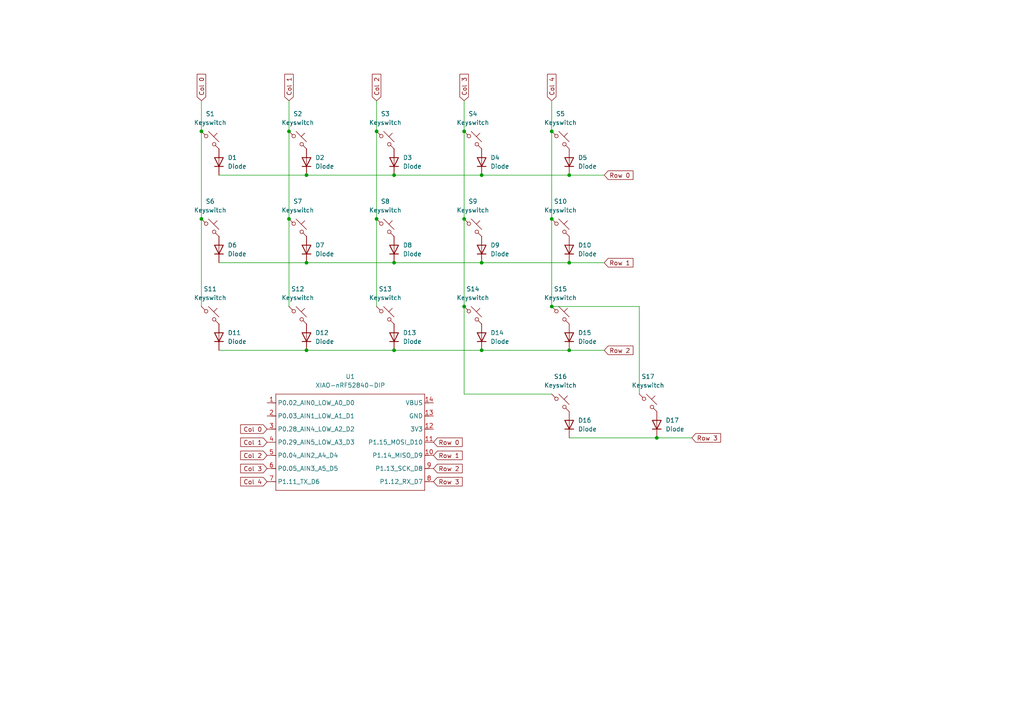
<source format=kicad_sch>
(kicad_sch
	(version 20250114)
	(generator "eeschema")
	(generator_version "9.0")
	(uuid "5e1a14d6-f17d-44c7-a6e4-e8ff4e5ed0ef")
	(paper "A4")
	(lib_symbols
		(symbol "ScottoKeebs:Placeholder_Diode"
			(pin_numbers
				(hide yes)
			)
			(pin_names
				(hide yes)
			)
			(exclude_from_sim no)
			(in_bom yes)
			(on_board yes)
			(property "Reference" "D"
				(at 0 2.54 0)
				(effects
					(font
						(size 1.27 1.27)
					)
				)
			)
			(property "Value" "Diode"
				(at 0 -2.54 0)
				(effects
					(font
						(size 1.27 1.27)
					)
				)
			)
			(property "Footprint" ""
				(at 0 0 0)
				(effects
					(font
						(size 1.27 1.27)
					)
					(hide yes)
				)
			)
			(property "Datasheet" ""
				(at 0 0 0)
				(effects
					(font
						(size 1.27 1.27)
					)
					(hide yes)
				)
			)
			(property "Description" "1N4148 (DO-35) or 1N4148W (SOD-123)"
				(at 0 0 0)
				(effects
					(font
						(size 1.27 1.27)
					)
					(hide yes)
				)
			)
			(property "Sim.Device" "D"
				(at 0 0 0)
				(effects
					(font
						(size 1.27 1.27)
					)
					(hide yes)
				)
			)
			(property "Sim.Pins" "1=K 2=A"
				(at 0 0 0)
				(effects
					(font
						(size 1.27 1.27)
					)
					(hide yes)
				)
			)
			(property "ki_keywords" "diode"
				(at 0 0 0)
				(effects
					(font
						(size 1.27 1.27)
					)
					(hide yes)
				)
			)
			(property "ki_fp_filters" "D*DO?35*"
				(at 0 0 0)
				(effects
					(font
						(size 1.27 1.27)
					)
					(hide yes)
				)
			)
			(symbol "Placeholder_Diode_0_1"
				(polyline
					(pts
						(xy -1.27 1.27) (xy -1.27 -1.27)
					)
					(stroke
						(width 0.254)
						(type default)
					)
					(fill
						(type none)
					)
				)
				(polyline
					(pts
						(xy 1.27 1.27) (xy 1.27 -1.27) (xy -1.27 0) (xy 1.27 1.27)
					)
					(stroke
						(width 0.254)
						(type default)
					)
					(fill
						(type none)
					)
				)
				(polyline
					(pts
						(xy 1.27 0) (xy -1.27 0)
					)
					(stroke
						(width 0)
						(type default)
					)
					(fill
						(type none)
					)
				)
			)
			(symbol "Placeholder_Diode_1_1"
				(pin passive line
					(at -3.81 0 0)
					(length 2.54)
					(name "K"
						(effects
							(font
								(size 1.27 1.27)
							)
						)
					)
					(number "1"
						(effects
							(font
								(size 1.27 1.27)
							)
						)
					)
				)
				(pin passive line
					(at 3.81 0 180)
					(length 2.54)
					(name "A"
						(effects
							(font
								(size 1.27 1.27)
							)
						)
					)
					(number "2"
						(effects
							(font
								(size 1.27 1.27)
							)
						)
					)
				)
			)
			(embedded_fonts no)
		)
		(symbol "ScottoKeebs:Placeholder_Keyswitch"
			(pin_numbers
				(hide yes)
			)
			(pin_names
				(offset 1.016)
				(hide yes)
			)
			(exclude_from_sim no)
			(in_bom yes)
			(on_board yes)
			(property "Reference" "S"
				(at 3.048 1.016 0)
				(effects
					(font
						(size 1.27 1.27)
					)
					(justify left)
				)
			)
			(property "Value" "Keyswitch"
				(at 0 -3.81 0)
				(effects
					(font
						(size 1.27 1.27)
					)
				)
			)
			(property "Footprint" ""
				(at 0 0 0)
				(effects
					(font
						(size 1.27 1.27)
					)
					(hide yes)
				)
			)
			(property "Datasheet" "~"
				(at 0 0 0)
				(effects
					(font
						(size 1.27 1.27)
					)
					(hide yes)
				)
			)
			(property "Description" "Push button switch, normally open, two pins, 45° tilted"
				(at 0 0 0)
				(effects
					(font
						(size 1.27 1.27)
					)
					(hide yes)
				)
			)
			(property "ki_keywords" "switch normally-open pushbutton push-button"
				(at 0 0 0)
				(effects
					(font
						(size 1.27 1.27)
					)
					(hide yes)
				)
			)
			(symbol "Placeholder_Keyswitch_0_1"
				(polyline
					(pts
						(xy -2.54 2.54) (xy -1.524 1.524) (xy -1.524 1.524)
					)
					(stroke
						(width 0)
						(type default)
					)
					(fill
						(type none)
					)
				)
				(circle
					(center -1.1684 1.1684)
					(radius 0.508)
					(stroke
						(width 0)
						(type default)
					)
					(fill
						(type none)
					)
				)
				(polyline
					(pts
						(xy -0.508 2.54) (xy 2.54 -0.508)
					)
					(stroke
						(width 0)
						(type default)
					)
					(fill
						(type none)
					)
				)
				(polyline
					(pts
						(xy 1.016 1.016) (xy 2.032 2.032)
					)
					(stroke
						(width 0)
						(type default)
					)
					(fill
						(type none)
					)
				)
				(circle
					(center 1.143 -1.1938)
					(radius 0.508)
					(stroke
						(width 0)
						(type default)
					)
					(fill
						(type none)
					)
				)
				(polyline
					(pts
						(xy 1.524 -1.524) (xy 2.54 -2.54) (xy 2.54 -2.54) (xy 2.54 -2.54)
					)
					(stroke
						(width 0)
						(type default)
					)
					(fill
						(type none)
					)
				)
				(pin passive line
					(at -2.54 2.54 0)
					(length 0)
					(name "1"
						(effects
							(font
								(size 1.27 1.27)
							)
						)
					)
					(number "1"
						(effects
							(font
								(size 1.27 1.27)
							)
						)
					)
				)
				(pin passive line
					(at 2.54 -2.54 180)
					(length 0)
					(name "2"
						(effects
							(font
								(size 1.27 1.27)
							)
						)
					)
					(number "2"
						(effects
							(font
								(size 1.27 1.27)
							)
						)
					)
				)
			)
			(embedded_fonts no)
		)
		(symbol "Seeed_Studio_XIAO_Series:XIAO-nRF52840-DIP"
			(exclude_from_sim no)
			(in_bom yes)
			(on_board yes)
			(property "Reference" "U"
				(at -3.048 1.778 0)
				(effects
					(font
						(size 1.27 1.27)
					)
				)
			)
			(property "Value" "XIAO-nRF52840-DIP"
				(at 3.048 -0.254 0)
				(effects
					(font
						(size 1.27 1.27)
					)
				)
			)
			(property "Footprint" "Module:MOUDLE14P-XIAO-DIP-SMD"
				(at 12.7 -30.734 0)
				(effects
					(font
						(size 1.27 1.27)
					)
					(hide yes)
				)
			)
			(property "Datasheet" ""
				(at -3.81 2.54 0)
				(effects
					(font
						(size 1.27 1.27)
					)
					(hide yes)
				)
			)
			(property "Description" ""
				(at -3.81 2.54 0)
				(effects
					(font
						(size 1.27 1.27)
					)
					(hide yes)
				)
			)
			(symbol "XIAO-nRF52840-DIP_1_0"
				(polyline
					(pts
						(xy -3.81 -1.27) (xy 39.37 -1.27)
					)
					(stroke
						(width 0.1524)
						(type solid)
					)
					(fill
						(type none)
					)
				)
				(polyline
					(pts
						(xy -3.81 -3.81) (xy -5.08 -3.81)
					)
					(stroke
						(width 0.1524)
						(type solid)
					)
					(fill
						(type none)
					)
				)
				(polyline
					(pts
						(xy -3.81 -3.81) (xy -3.81 -1.27)
					)
					(stroke
						(width 0.1524)
						(type solid)
					)
					(fill
						(type none)
					)
				)
				(polyline
					(pts
						(xy -3.81 -7.62) (xy -5.08 -7.62)
					)
					(stroke
						(width 0.1524)
						(type solid)
					)
					(fill
						(type none)
					)
				)
				(polyline
					(pts
						(xy -3.81 -7.62) (xy -3.81 -3.81)
					)
					(stroke
						(width 0.1524)
						(type solid)
					)
					(fill
						(type none)
					)
				)
				(polyline
					(pts
						(xy -3.81 -11.43) (xy -5.08 -11.43)
					)
					(stroke
						(width 0.1524)
						(type solid)
					)
					(fill
						(type none)
					)
				)
				(polyline
					(pts
						(xy -3.81 -11.43) (xy -3.81 -7.62)
					)
					(stroke
						(width 0.1524)
						(type solid)
					)
					(fill
						(type none)
					)
				)
				(polyline
					(pts
						(xy -3.81 -15.24) (xy -5.08 -15.24)
					)
					(stroke
						(width 0.1524)
						(type solid)
					)
					(fill
						(type none)
					)
				)
				(polyline
					(pts
						(xy -3.81 -15.24) (xy -3.81 -11.43)
					)
					(stroke
						(width 0.1524)
						(type solid)
					)
					(fill
						(type none)
					)
				)
				(polyline
					(pts
						(xy -3.81 -19.05) (xy -5.08 -19.05)
					)
					(stroke
						(width 0.1524)
						(type solid)
					)
					(fill
						(type none)
					)
				)
				(polyline
					(pts
						(xy -3.81 -22.86) (xy -5.08 -22.86)
					)
					(stroke
						(width 0.1524)
						(type solid)
					)
					(fill
						(type none)
					)
				)
				(polyline
					(pts
						(xy -3.81 -26.67) (xy -5.08 -26.67)
					)
					(stroke
						(width 0.1524)
						(type solid)
					)
					(fill
						(type none)
					)
				)
				(polyline
					(pts
						(xy -3.81 -29.21) (xy -3.81 -15.24)
					)
					(stroke
						(width 0.1524)
						(type solid)
					)
					(fill
						(type none)
					)
				)
				(polyline
					(pts
						(xy 39.37 -1.27) (xy 39.37 -3.81)
					)
					(stroke
						(width 0.1524)
						(type solid)
					)
					(fill
						(type none)
					)
				)
				(polyline
					(pts
						(xy 39.37 -3.81) (xy 39.37 -7.62)
					)
					(stroke
						(width 0.1524)
						(type solid)
					)
					(fill
						(type none)
					)
				)
				(polyline
					(pts
						(xy 39.37 -7.62) (xy 39.37 -11.43)
					)
					(stroke
						(width 0.1524)
						(type solid)
					)
					(fill
						(type none)
					)
				)
				(polyline
					(pts
						(xy 39.37 -11.43) (xy 39.37 -29.21)
					)
					(stroke
						(width 0.1524)
						(type solid)
					)
					(fill
						(type none)
					)
				)
				(polyline
					(pts
						(xy 39.37 -29.21) (xy -3.81 -29.21)
					)
					(stroke
						(width 0.1524)
						(type solid)
					)
					(fill
						(type none)
					)
				)
				(polyline
					(pts
						(xy 40.64 -3.81) (xy 39.37 -3.81)
					)
					(stroke
						(width 0.1524)
						(type solid)
					)
					(fill
						(type none)
					)
				)
				(polyline
					(pts
						(xy 40.64 -7.62) (xy 39.37 -7.62)
					)
					(stroke
						(width 0.1524)
						(type solid)
					)
					(fill
						(type none)
					)
				)
				(polyline
					(pts
						(xy 40.64 -11.43) (xy 39.37 -11.43)
					)
					(stroke
						(width 0.1524)
						(type solid)
					)
					(fill
						(type none)
					)
				)
				(polyline
					(pts
						(xy 40.64 -15.24) (xy 39.37 -15.24)
					)
					(stroke
						(width 0.1524)
						(type solid)
					)
					(fill
						(type none)
					)
				)
				(polyline
					(pts
						(xy 40.64 -19.05) (xy 39.37 -19.05)
					)
					(stroke
						(width 0.1524)
						(type solid)
					)
					(fill
						(type none)
					)
				)
				(polyline
					(pts
						(xy 40.64 -22.86) (xy 39.37 -22.86)
					)
					(stroke
						(width 0.1524)
						(type solid)
					)
					(fill
						(type none)
					)
				)
				(polyline
					(pts
						(xy 40.64 -26.67) (xy 39.37 -26.67)
					)
					(stroke
						(width 0.1524)
						(type solid)
					)
					(fill
						(type none)
					)
				)
				(pin passive line
					(at -6.35 -3.81 0)
					(length 2.54)
					(name "P0.02_AIN0_LOW_A0_D0"
						(effects
							(font
								(size 1.27 1.27)
							)
						)
					)
					(number "1"
						(effects
							(font
								(size 1.27 1.27)
							)
						)
					)
				)
				(pin passive line
					(at -6.35 -7.62 0)
					(length 2.54)
					(name "P0.03_AIN1_LOW_A1_D1"
						(effects
							(font
								(size 1.27 1.27)
							)
						)
					)
					(number "2"
						(effects
							(font
								(size 1.27 1.27)
							)
						)
					)
				)
				(pin passive line
					(at -6.35 -11.43 0)
					(length 2.54)
					(name "P0.28_AIN4_LOW_A2_D2"
						(effects
							(font
								(size 1.27 1.27)
							)
						)
					)
					(number "3"
						(effects
							(font
								(size 1.27 1.27)
							)
						)
					)
				)
				(pin passive line
					(at -6.35 -15.24 0)
					(length 2.54)
					(name "P0.29_AIN5_LOW_A3_D3"
						(effects
							(font
								(size 1.27 1.27)
							)
						)
					)
					(number "4"
						(effects
							(font
								(size 1.27 1.27)
							)
						)
					)
				)
				(pin passive line
					(at -6.35 -19.05 0)
					(length 2.54)
					(name "P0.04_AIN2_A4_D4"
						(effects
							(font
								(size 1.27 1.27)
							)
						)
					)
					(number "5"
						(effects
							(font
								(size 1.27 1.27)
							)
						)
					)
				)
				(pin passive line
					(at -6.35 -22.86 0)
					(length 2.54)
					(name "P0.05_AIN3_A5_D5"
						(effects
							(font
								(size 1.27 1.27)
							)
						)
					)
					(number "6"
						(effects
							(font
								(size 1.27 1.27)
							)
						)
					)
				)
				(pin passive line
					(at -6.35 -26.67 0)
					(length 2.54)
					(name "P1.11_TX_D6"
						(effects
							(font
								(size 1.27 1.27)
							)
						)
					)
					(number "7"
						(effects
							(font
								(size 1.27 1.27)
							)
						)
					)
				)
				(pin passive line
					(at 41.91 -3.81 180)
					(length 2.54)
					(name "VBUS"
						(effects
							(font
								(size 1.27 1.27)
							)
						)
					)
					(number "14"
						(effects
							(font
								(size 1.27 1.27)
							)
						)
					)
				)
				(pin passive line
					(at 41.91 -7.62 180)
					(length 2.54)
					(name "GND"
						(effects
							(font
								(size 1.27 1.27)
							)
						)
					)
					(number "13"
						(effects
							(font
								(size 1.27 1.27)
							)
						)
					)
				)
				(pin passive line
					(at 41.91 -11.43 180)
					(length 2.54)
					(name "3V3"
						(effects
							(font
								(size 1.27 1.27)
							)
						)
					)
					(number "12"
						(effects
							(font
								(size 1.27 1.27)
							)
						)
					)
				)
				(pin passive line
					(at 41.91 -15.24 180)
					(length 2.54)
					(name "P1.15_MOSI_D10"
						(effects
							(font
								(size 1.27 1.27)
							)
						)
					)
					(number "11"
						(effects
							(font
								(size 1.27 1.27)
							)
						)
					)
				)
				(pin passive line
					(at 41.91 -19.05 180)
					(length 2.54)
					(name "P1.14_MISO_D9"
						(effects
							(font
								(size 1.27 1.27)
							)
						)
					)
					(number "10"
						(effects
							(font
								(size 1.27 1.27)
							)
						)
					)
				)
				(pin passive line
					(at 41.91 -22.86 180)
					(length 2.54)
					(name "P1.13_SCK_D8"
						(effects
							(font
								(size 1.27 1.27)
							)
						)
					)
					(number "9"
						(effects
							(font
								(size 1.27 1.27)
							)
						)
					)
				)
				(pin passive line
					(at 41.91 -26.67 180)
					(length 2.54)
					(name "P1.12_RX_D7"
						(effects
							(font
								(size 1.27 1.27)
							)
						)
					)
					(number "8"
						(effects
							(font
								(size 1.27 1.27)
							)
						)
					)
				)
			)
			(embedded_fonts no)
		)
	)
	(junction
		(at 139.7 101.6)
		(diameter 0)
		(color 0 0 0 0)
		(uuid "071e21af-a9ff-4ad7-84f3-a1e32aa83138")
	)
	(junction
		(at 88.9 101.6)
		(diameter 0)
		(color 0 0 0 0)
		(uuid "0d004bd1-7c86-432f-bd8c-ab4c70c338b2")
	)
	(junction
		(at 88.9 50.8)
		(diameter 0)
		(color 0 0 0 0)
		(uuid "386d5c78-a57b-4f1b-a23a-306203b72744")
	)
	(junction
		(at 88.9 76.2)
		(diameter 0)
		(color 0 0 0 0)
		(uuid "3c2dc9ca-2105-4269-84ae-21cf6ea77848")
	)
	(junction
		(at 109.22 63.5)
		(diameter 0)
		(color 0 0 0 0)
		(uuid "47c5723c-f635-4332-9900-874a4dd88f86")
	)
	(junction
		(at 160.02 63.5)
		(diameter 0)
		(color 0 0 0 0)
		(uuid "49e6f85d-042c-4c26-966f-b810abda57ba")
	)
	(junction
		(at 139.7 76.2)
		(diameter 0)
		(color 0 0 0 0)
		(uuid "578de315-658b-49f5-87b5-370a66faa87e")
	)
	(junction
		(at 190.5 127)
		(diameter 0)
		(color 0 0 0 0)
		(uuid "62a696eb-b968-47c2-889a-f49be9d00435")
	)
	(junction
		(at 114.3 101.6)
		(diameter 0)
		(color 0 0 0 0)
		(uuid "63a554e6-9a61-4145-99db-95577d291bf5")
	)
	(junction
		(at 114.3 50.8)
		(diameter 0)
		(color 0 0 0 0)
		(uuid "66277b66-cd2f-4b3b-9584-f29b6979e469")
	)
	(junction
		(at 109.22 38.1)
		(diameter 0)
		(color 0 0 0 0)
		(uuid "6840c76e-52ae-42db-a691-4f067a63431f")
	)
	(junction
		(at 134.62 88.9)
		(diameter 0)
		(color 0 0 0 0)
		(uuid "74b69f41-d221-4fab-8a60-eaaf07a27d2f")
	)
	(junction
		(at 83.82 38.1)
		(diameter 0)
		(color 0 0 0 0)
		(uuid "757fc163-fdbd-4bcf-a3d6-87e28e931f38")
	)
	(junction
		(at 58.42 63.5)
		(diameter 0)
		(color 0 0 0 0)
		(uuid "772f611e-9adf-4081-9062-df1bc059b2b5")
	)
	(junction
		(at 160.02 88.9)
		(diameter 0)
		(color 0 0 0 0)
		(uuid "7b1604d5-f379-4673-8949-3cac17b5fb8f")
	)
	(junction
		(at 83.82 63.5)
		(diameter 0)
		(color 0 0 0 0)
		(uuid "7ccd74df-ad57-4005-932d-fe4fe0e42922")
	)
	(junction
		(at 134.62 38.1)
		(diameter 0)
		(color 0 0 0 0)
		(uuid "86aa8654-a7d7-49bb-9572-3686e81647eb")
	)
	(junction
		(at 58.42 38.1)
		(diameter 0)
		(color 0 0 0 0)
		(uuid "9f726b5f-f17e-4d21-8cbe-adf5c27222f1")
	)
	(junction
		(at 165.1 76.2)
		(diameter 0)
		(color 0 0 0 0)
		(uuid "b02561cd-3cd3-431e-865d-b6edf3ff1950")
	)
	(junction
		(at 160.02 38.1)
		(diameter 0)
		(color 0 0 0 0)
		(uuid "c1d938f5-87b5-403e-b6d1-3b7bcb5acb6e")
	)
	(junction
		(at 114.3 76.2)
		(diameter 0)
		(color 0 0 0 0)
		(uuid "c7fdc217-433a-42e0-a21a-116bd324f36b")
	)
	(junction
		(at 134.62 63.5)
		(diameter 0)
		(color 0 0 0 0)
		(uuid "c967e349-6399-4d79-a0ae-03887cac63c6")
	)
	(junction
		(at 165.1 101.6)
		(diameter 0)
		(color 0 0 0 0)
		(uuid "e065b967-0690-4491-8b23-15da3d644ea1")
	)
	(junction
		(at 165.1 50.8)
		(diameter 0)
		(color 0 0 0 0)
		(uuid "e68b24f4-246d-488b-bf89-b8bcdeb100d5")
	)
	(junction
		(at 139.7 50.8)
		(diameter 0)
		(color 0 0 0 0)
		(uuid "fd7363b8-cc22-4ffa-a82b-7d5fadb0fbce")
	)
	(wire
		(pts
			(xy 139.7 50.8) (xy 165.1 50.8)
		)
		(stroke
			(width 0)
			(type default)
		)
		(uuid "05d3a8f4-8c6f-4288-9040-af05e3d65f1c")
	)
	(wire
		(pts
			(xy 165.1 127) (xy 190.5 127)
		)
		(stroke
			(width 0)
			(type default)
		)
		(uuid "0ef25a10-d674-4bdd-b69e-11375b340c3b")
	)
	(wire
		(pts
			(xy 114.3 76.2) (xy 139.7 76.2)
		)
		(stroke
			(width 0)
			(type default)
		)
		(uuid "0f12baff-220c-4bcf-bb9f-4406c55bec96")
	)
	(wire
		(pts
			(xy 114.3 101.6) (xy 139.7 101.6)
		)
		(stroke
			(width 0)
			(type default)
		)
		(uuid "108facaf-4cc9-4163-8564-4c31c089c2c6")
	)
	(wire
		(pts
			(xy 109.22 63.5) (xy 109.22 88.9)
		)
		(stroke
			(width 0)
			(type default)
		)
		(uuid "1fa7bd53-00c3-458c-b760-9bacafb29d80")
	)
	(wire
		(pts
			(xy 175.26 76.2) (xy 165.1 76.2)
		)
		(stroke
			(width 0)
			(type default)
		)
		(uuid "35e8c2d9-0279-4590-9393-437d3a449519")
	)
	(wire
		(pts
			(xy 175.26 50.8) (xy 165.1 50.8)
		)
		(stroke
			(width 0)
			(type default)
		)
		(uuid "3738e318-2e44-4cbc-aebe-0ce40acd71de")
	)
	(wire
		(pts
			(xy 160.02 88.9) (xy 185.42 88.9)
		)
		(stroke
			(width 0)
			(type default)
		)
		(uuid "37b2c2af-a94f-4333-8bd0-ef5e897d1100")
	)
	(wire
		(pts
			(xy 134.62 88.9) (xy 134.62 114.3)
		)
		(stroke
			(width 0)
			(type default)
		)
		(uuid "3cb4f60e-8873-4e99-ae3c-2550d3ce9532")
	)
	(wire
		(pts
			(xy 58.42 38.1) (xy 58.42 63.5)
		)
		(stroke
			(width 0)
			(type default)
		)
		(uuid "526633d7-b3bb-4e6e-bf98-562aad3f7252")
	)
	(wire
		(pts
			(xy 83.82 63.5) (xy 83.82 88.9)
		)
		(stroke
			(width 0)
			(type default)
		)
		(uuid "5415eac1-5384-400f-a5f0-f5e16dba5b4f")
	)
	(wire
		(pts
			(xy 134.62 63.5) (xy 134.62 88.9)
		)
		(stroke
			(width 0)
			(type default)
		)
		(uuid "6afa6d9e-d030-4a4d-91f0-678aba230f7a")
	)
	(wire
		(pts
			(xy 109.22 38.1) (xy 109.22 63.5)
		)
		(stroke
			(width 0)
			(type default)
		)
		(uuid "6c444592-84b0-4894-a71d-1e8d9d2ecff7")
	)
	(wire
		(pts
			(xy 58.42 29.21) (xy 58.42 38.1)
		)
		(stroke
			(width 0)
			(type default)
		)
		(uuid "8bb15c32-0278-40b8-82f4-4f2b3895404a")
	)
	(wire
		(pts
			(xy 134.62 29.21) (xy 134.62 38.1)
		)
		(stroke
			(width 0)
			(type default)
		)
		(uuid "9453b54c-3cef-412d-bed1-460eb6bc15fe")
	)
	(wire
		(pts
			(xy 63.5 101.6) (xy 88.9 101.6)
		)
		(stroke
			(width 0)
			(type default)
		)
		(uuid "972b69ef-1c73-48c4-84ad-d6091e7135e0")
	)
	(wire
		(pts
			(xy 88.9 101.6) (xy 114.3 101.6)
		)
		(stroke
			(width 0)
			(type default)
		)
		(uuid "9e999795-0658-4f1c-8f30-624f1b75630d")
	)
	(wire
		(pts
			(xy 83.82 29.21) (xy 83.82 38.1)
		)
		(stroke
			(width 0)
			(type default)
		)
		(uuid "a0c6a029-f04c-418a-abac-d34f93ba858a")
	)
	(wire
		(pts
			(xy 139.7 76.2) (xy 165.1 76.2)
		)
		(stroke
			(width 0)
			(type default)
		)
		(uuid "a900eefb-cfc5-4e05-a5bb-112005f0b1e1")
	)
	(wire
		(pts
			(xy 160.02 63.5) (xy 160.02 88.9)
		)
		(stroke
			(width 0)
			(type default)
		)
		(uuid "aa3cf82a-e609-43f5-806c-07f8cb41bc0b")
	)
	(wire
		(pts
			(xy 63.5 50.8) (xy 88.9 50.8)
		)
		(stroke
			(width 0)
			(type default)
		)
		(uuid "aefa948b-03ab-4bd5-ae47-92a23ee63a80")
	)
	(wire
		(pts
			(xy 185.42 88.9) (xy 185.42 114.3)
		)
		(stroke
			(width 0)
			(type default)
		)
		(uuid "b1d8b2c6-d471-4778-ba0f-5a0372cf94f9")
	)
	(wire
		(pts
			(xy 160.02 29.21) (xy 160.02 38.1)
		)
		(stroke
			(width 0)
			(type default)
		)
		(uuid "b6bed84e-b986-4d68-8590-f940b77aad30")
	)
	(wire
		(pts
			(xy 63.5 76.2) (xy 88.9 76.2)
		)
		(stroke
			(width 0)
			(type default)
		)
		(uuid "bcd94ad4-6ad8-4202-98ea-092258f371ad")
	)
	(wire
		(pts
			(xy 88.9 76.2) (xy 114.3 76.2)
		)
		(stroke
			(width 0)
			(type default)
		)
		(uuid "c616b6c9-1f1c-44f9-bae8-fc45ce21443a")
	)
	(wire
		(pts
			(xy 58.42 63.5) (xy 58.42 88.9)
		)
		(stroke
			(width 0)
			(type default)
		)
		(uuid "ca09f038-69aa-4cb8-a9e5-1f14c675de89")
	)
	(wire
		(pts
			(xy 160.02 38.1) (xy 160.02 63.5)
		)
		(stroke
			(width 0)
			(type default)
		)
		(uuid "cbf22dfb-1671-4eab-a25c-c477b541ff37")
	)
	(wire
		(pts
			(xy 88.9 50.8) (xy 114.3 50.8)
		)
		(stroke
			(width 0)
			(type default)
		)
		(uuid "d4fb7f16-762c-4ddd-b221-95b42617405c")
	)
	(wire
		(pts
			(xy 134.62 38.1) (xy 134.62 63.5)
		)
		(stroke
			(width 0)
			(type default)
		)
		(uuid "d508b842-c2cd-45f2-9b52-df6b4f6c8dec")
	)
	(wire
		(pts
			(xy 114.3 50.8) (xy 139.7 50.8)
		)
		(stroke
			(width 0)
			(type default)
		)
		(uuid "d9a9f749-c9a4-4bda-ad6d-02a6f973d801")
	)
	(wire
		(pts
			(xy 134.62 114.3) (xy 160.02 114.3)
		)
		(stroke
			(width 0)
			(type default)
		)
		(uuid "da79b103-248e-477d-be24-6bcbce49223e")
	)
	(wire
		(pts
			(xy 83.82 38.1) (xy 83.82 63.5)
		)
		(stroke
			(width 0)
			(type default)
		)
		(uuid "e7514f96-5b41-4a31-a4b9-b799306c3740")
	)
	(wire
		(pts
			(xy 200.66 127) (xy 190.5 127)
		)
		(stroke
			(width 0)
			(type default)
		)
		(uuid "e8adc7f5-9b01-4a5f-85cb-0c413e88213a")
	)
	(wire
		(pts
			(xy 109.22 29.21) (xy 109.22 38.1)
		)
		(stroke
			(width 0)
			(type default)
		)
		(uuid "f0c7b263-9f8e-49ea-ab1c-dc849f30d501")
	)
	(wire
		(pts
			(xy 175.26 101.6) (xy 165.1 101.6)
		)
		(stroke
			(width 0)
			(type default)
		)
		(uuid "fb7e7834-44d3-4ba3-adce-8464e62b74f6")
	)
	(wire
		(pts
			(xy 139.7 101.6) (xy 165.1 101.6)
		)
		(stroke
			(width 0)
			(type default)
		)
		(uuid "fcbd934c-ad3e-4b3f-95c5-fbbf8d4c2166")
	)
	(global_label "Col 0"
		(shape input)
		(at 58.42 29.21 90)
		(fields_autoplaced yes)
		(effects
			(font
				(size 1.27 1.27)
			)
			(justify left)
		)
		(uuid "043146c7-26ce-4651-925f-25e55aee1b5c")
		(property "Intersheetrefs" "${INTERSHEET_REFS}"
			(at 58.42 20.9635 90)
			(effects
				(font
					(size 1.27 1.27)
				)
				(justify left)
				(hide yes)
			)
		)
	)
	(global_label "Row 2"
		(shape input)
		(at 125.73 135.89 0)
		(fields_autoplaced yes)
		(effects
			(font
				(size 1.27 1.27)
			)
			(justify left)
		)
		(uuid "0a80f1cb-d96e-47f7-9719-9c1497ca099d")
		(property "Intersheetrefs" "${INTERSHEET_REFS}"
			(at 134.6418 135.89 0)
			(effects
				(font
					(size 1.27 1.27)
				)
				(justify left)
				(hide yes)
			)
		)
	)
	(global_label "Row 0"
		(shape input)
		(at 175.26 50.8 0)
		(fields_autoplaced yes)
		(effects
			(font
				(size 1.27 1.27)
			)
			(justify left)
		)
		(uuid "103c2cfc-82a1-4aaf-a9bc-aaa69bf9629f")
		(property "Intersheetrefs" "${INTERSHEET_REFS}"
			(at 184.1718 50.8 0)
			(effects
				(font
					(size 1.27 1.27)
				)
				(justify left)
				(hide yes)
			)
		)
	)
	(global_label "Row 0"
		(shape input)
		(at 125.73 128.27 0)
		(fields_autoplaced yes)
		(effects
			(font
				(size 1.27 1.27)
			)
			(justify left)
		)
		(uuid "2426af4b-d9dd-4b81-b309-917ecb3fa903")
		(property "Intersheetrefs" "${INTERSHEET_REFS}"
			(at 134.6418 128.27 0)
			(effects
				(font
					(size 1.27 1.27)
				)
				(justify left)
				(hide yes)
			)
		)
	)
	(global_label "Col 0"
		(shape input)
		(at 77.47 124.46 180)
		(fields_autoplaced yes)
		(effects
			(font
				(size 1.27 1.27)
			)
			(justify right)
		)
		(uuid "2a586d23-534f-4339-b94f-68704c08a186")
		(property "Intersheetrefs" "${INTERSHEET_REFS}"
			(at 69.2235 124.46 0)
			(effects
				(font
					(size 1.27 1.27)
				)
				(justify right)
				(hide yes)
			)
		)
	)
	(global_label "Col 4"
		(shape input)
		(at 77.47 139.7 180)
		(fields_autoplaced yes)
		(effects
			(font
				(size 1.27 1.27)
			)
			(justify right)
		)
		(uuid "2bdc67ff-ccd1-4cbb-b046-140b17bc0bcc")
		(property "Intersheetrefs" "${INTERSHEET_REFS}"
			(at 69.2235 139.7 0)
			(effects
				(font
					(size 1.27 1.27)
				)
				(justify right)
				(hide yes)
			)
		)
	)
	(global_label "Row 1"
		(shape input)
		(at 125.73 132.08 0)
		(fields_autoplaced yes)
		(effects
			(font
				(size 1.27 1.27)
			)
			(justify left)
		)
		(uuid "2c5cd44f-0f59-45b0-aed2-23293491940d")
		(property "Intersheetrefs" "${INTERSHEET_REFS}"
			(at 134.6418 132.08 0)
			(effects
				(font
					(size 1.27 1.27)
				)
				(justify left)
				(hide yes)
			)
		)
	)
	(global_label "Col 3"
		(shape input)
		(at 134.62 29.21 90)
		(fields_autoplaced yes)
		(effects
			(font
				(size 1.27 1.27)
			)
			(justify left)
		)
		(uuid "370c90a3-e7d3-4959-9b73-e720edf9fbbf")
		(property "Intersheetrefs" "${INTERSHEET_REFS}"
			(at 134.62 20.9635 90)
			(effects
				(font
					(size 1.27 1.27)
				)
				(justify left)
				(hide yes)
			)
		)
	)
	(global_label "Row 3"
		(shape input)
		(at 125.73 139.7 0)
		(fields_autoplaced yes)
		(effects
			(font
				(size 1.27 1.27)
			)
			(justify left)
		)
		(uuid "3ca708a6-9ade-4b08-ad8c-686f243ce62f")
		(property "Intersheetrefs" "${INTERSHEET_REFS}"
			(at 134.6418 139.7 0)
			(effects
				(font
					(size 1.27 1.27)
				)
				(justify left)
				(hide yes)
			)
		)
	)
	(global_label "Col 3"
		(shape input)
		(at 77.47 135.89 180)
		(fields_autoplaced yes)
		(effects
			(font
				(size 1.27 1.27)
			)
			(justify right)
		)
		(uuid "4472e2ad-1cbe-4eed-a448-bcce4a10145b")
		(property "Intersheetrefs" "${INTERSHEET_REFS}"
			(at 69.2235 135.89 0)
			(effects
				(font
					(size 1.27 1.27)
				)
				(justify right)
				(hide yes)
			)
		)
	)
	(global_label "Col 2"
		(shape input)
		(at 77.47 132.08 180)
		(fields_autoplaced yes)
		(effects
			(font
				(size 1.27 1.27)
			)
			(justify right)
		)
		(uuid "4b4845cc-ee62-424b-970d-f14262194c1c")
		(property "Intersheetrefs" "${INTERSHEET_REFS}"
			(at 69.2235 132.08 0)
			(effects
				(font
					(size 1.27 1.27)
				)
				(justify right)
				(hide yes)
			)
		)
	)
	(global_label "Col 1"
		(shape input)
		(at 77.47 128.27 180)
		(fields_autoplaced yes)
		(effects
			(font
				(size 1.27 1.27)
			)
			(justify right)
		)
		(uuid "76128b2e-3b71-4ccd-8abf-6a9623a7bba5")
		(property "Intersheetrefs" "${INTERSHEET_REFS}"
			(at 69.2235 128.27 0)
			(effects
				(font
					(size 1.27 1.27)
				)
				(justify right)
				(hide yes)
			)
		)
	)
	(global_label "Col 2"
		(shape input)
		(at 109.22 29.21 90)
		(fields_autoplaced yes)
		(effects
			(font
				(size 1.27 1.27)
			)
			(justify left)
		)
		(uuid "af254f27-b262-4730-8240-071f1e8f63f0")
		(property "Intersheetrefs" "${INTERSHEET_REFS}"
			(at 109.22 20.9635 90)
			(effects
				(font
					(size 1.27 1.27)
				)
				(justify left)
				(hide yes)
			)
		)
	)
	(global_label "Row 3"
		(shape input)
		(at 200.66 127 0)
		(fields_autoplaced yes)
		(effects
			(font
				(size 1.27 1.27)
			)
			(justify left)
		)
		(uuid "bf242b5c-3ed5-4c11-861d-24b517740ae3")
		(property "Intersheetrefs" "${INTERSHEET_REFS}"
			(at 209.5718 127 0)
			(effects
				(font
					(size 1.27 1.27)
				)
				(justify left)
				(hide yes)
			)
		)
	)
	(global_label "Row 1"
		(shape input)
		(at 175.26 76.2 0)
		(fields_autoplaced yes)
		(effects
			(font
				(size 1.27 1.27)
			)
			(justify left)
		)
		(uuid "c2f76851-5714-4e4d-bebc-5e18d9c940a7")
		(property "Intersheetrefs" "${INTERSHEET_REFS}"
			(at 184.1718 76.2 0)
			(effects
				(font
					(size 1.27 1.27)
				)
				(justify left)
				(hide yes)
			)
		)
	)
	(global_label "Col 4"
		(shape input)
		(at 160.02 29.21 90)
		(fields_autoplaced yes)
		(effects
			(font
				(size 1.27 1.27)
			)
			(justify left)
		)
		(uuid "c381b19a-2a43-4743-9531-012375281fdf")
		(property "Intersheetrefs" "${INTERSHEET_REFS}"
			(at 160.02 20.9635 90)
			(effects
				(font
					(size 1.27 1.27)
				)
				(justify left)
				(hide yes)
			)
		)
	)
	(global_label "Col 1"
		(shape input)
		(at 83.82 29.21 90)
		(fields_autoplaced yes)
		(effects
			(font
				(size 1.27 1.27)
			)
			(justify left)
		)
		(uuid "cb600381-8572-46bc-bc83-8322143319b8")
		(property "Intersheetrefs" "${INTERSHEET_REFS}"
			(at 83.82 20.9635 90)
			(effects
				(font
					(size 1.27 1.27)
				)
				(justify left)
				(hide yes)
			)
		)
	)
	(global_label "Row 2"
		(shape input)
		(at 175.26 101.6 0)
		(fields_autoplaced yes)
		(effects
			(font
				(size 1.27 1.27)
			)
			(justify left)
		)
		(uuid "d487baf8-973d-4370-842e-9ae90cda2983")
		(property "Intersheetrefs" "${INTERSHEET_REFS}"
			(at 184.1718 101.6 0)
			(effects
				(font
					(size 1.27 1.27)
				)
				(justify left)
				(hide yes)
			)
		)
	)
	(symbol
		(lib_id "ScottoKeebs:Placeholder_Keyswitch")
		(at 86.36 91.44 0)
		(unit 1)
		(exclude_from_sim no)
		(in_bom yes)
		(on_board yes)
		(dnp no)
		(fields_autoplaced yes)
		(uuid "0204756b-89fd-47c4-b42d-55c933427691")
		(property "Reference" "S12"
			(at 86.36 83.82 0)
			(effects
				(font
					(size 1.27 1.27)
				)
			)
		)
		(property "Value" "Keyswitch"
			(at 86.36 86.36 0)
			(effects
				(font
					(size 1.27 1.27)
				)
			)
		)
		(property "Footprint" "ScottoKeebs_Choc:Choc_V1_1.00u"
			(at 86.36 91.44 0)
			(effects
				(font
					(size 1.27 1.27)
				)
				(hide yes)
			)
		)
		(property "Datasheet" "~"
			(at 86.36 91.44 0)
			(effects
				(font
					(size 1.27 1.27)
				)
				(hide yes)
			)
		)
		(property "Description" "Push button switch, normally open, two pins, 45° tilted"
			(at 86.36 91.44 0)
			(effects
				(font
					(size 1.27 1.27)
				)
				(hide yes)
			)
		)
		(pin "1"
			(uuid "6d51b7da-2fea-44c1-97ce-f34d807e545b")
		)
		(pin "2"
			(uuid "91c7832a-55c8-4a63-b30f-faffbedb7736")
		)
		(instances
			(project "sweepish"
				(path "/5e1a14d6-f17d-44c7-a6e4-e8ff4e5ed0ef"
					(reference "S12")
					(unit 1)
				)
			)
		)
	)
	(symbol
		(lib_id "ScottoKeebs:Placeholder_Diode")
		(at 139.7 46.99 90)
		(unit 1)
		(exclude_from_sim no)
		(in_bom yes)
		(on_board yes)
		(dnp no)
		(fields_autoplaced yes)
		(uuid "03a30630-f8f4-4fd9-8883-eeea78cbb6cc")
		(property "Reference" "D4"
			(at 142.24 45.7199 90)
			(effects
				(font
					(size 1.27 1.27)
				)
				(justify right)
			)
		)
		(property "Value" "Diode"
			(at 142.24 48.2599 90)
			(effects
				(font
					(size 1.27 1.27)
				)
				(justify right)
			)
		)
		(property "Footprint" "ScottoKeebs_Components:Diode_SOD-123"
			(at 139.7 46.99 0)
			(effects
				(font
					(size 1.27 1.27)
				)
				(hide yes)
			)
		)
		(property "Datasheet" ""
			(at 139.7 46.99 0)
			(effects
				(font
					(size 1.27 1.27)
				)
				(hide yes)
			)
		)
		(property "Description" "1N4148 (DO-35) or 1N4148W (SOD-123)"
			(at 139.7 46.99 0)
			(effects
				(font
					(size 1.27 1.27)
				)
				(hide yes)
			)
		)
		(property "Sim.Device" "D"
			(at 139.7 46.99 0)
			(effects
				(font
					(size 1.27 1.27)
				)
				(hide yes)
			)
		)
		(property "Sim.Pins" "1=K 2=A"
			(at 139.7 46.99 0)
			(effects
				(font
					(size 1.27 1.27)
				)
				(hide yes)
			)
		)
		(pin "2"
			(uuid "feb3bca3-1c60-48be-be93-213c43ac51ef")
		)
		(pin "1"
			(uuid "03bafbab-cf99-4e45-92ef-4e1d0fb3d7ec")
		)
		(instances
			(project "sweepish"
				(path "/5e1a14d6-f17d-44c7-a6e4-e8ff4e5ed0ef"
					(reference "D4")
					(unit 1)
				)
			)
		)
	)
	(symbol
		(lib_id "ScottoKeebs:Placeholder_Diode")
		(at 63.5 97.79 90)
		(unit 1)
		(exclude_from_sim no)
		(in_bom yes)
		(on_board yes)
		(dnp no)
		(fields_autoplaced yes)
		(uuid "048aa701-0aee-47d4-a872-3e9b008f93b1")
		(property "Reference" "D11"
			(at 66.04 96.5199 90)
			(effects
				(font
					(size 1.27 1.27)
				)
				(justify right)
			)
		)
		(property "Value" "Diode"
			(at 66.04 99.0599 90)
			(effects
				(font
					(size 1.27 1.27)
				)
				(justify right)
			)
		)
		(property "Footprint" "ScottoKeebs_Components:Diode_SOD-123"
			(at 63.5 97.79 0)
			(effects
				(font
					(size 1.27 1.27)
				)
				(hide yes)
			)
		)
		(property "Datasheet" ""
			(at 63.5 97.79 0)
			(effects
				(font
					(size 1.27 1.27)
				)
				(hide yes)
			)
		)
		(property "Description" "1N4148 (DO-35) or 1N4148W (SOD-123)"
			(at 63.5 97.79 0)
			(effects
				(font
					(size 1.27 1.27)
				)
				(hide yes)
			)
		)
		(property "Sim.Device" "D"
			(at 63.5 97.79 0)
			(effects
				(font
					(size 1.27 1.27)
				)
				(hide yes)
			)
		)
		(property "Sim.Pins" "1=K 2=A"
			(at 63.5 97.79 0)
			(effects
				(font
					(size 1.27 1.27)
				)
				(hide yes)
			)
		)
		(pin "2"
			(uuid "f9ae077c-5a04-4cd7-98f3-6683062a864a")
		)
		(pin "1"
			(uuid "94bbc865-8cd1-40d1-a2f6-43d0245324c1")
		)
		(instances
			(project "sweepish"
				(path "/5e1a14d6-f17d-44c7-a6e4-e8ff4e5ed0ef"
					(reference "D11")
					(unit 1)
				)
			)
		)
	)
	(symbol
		(lib_id "ScottoKeebs:Placeholder_Keyswitch")
		(at 162.56 66.04 0)
		(unit 1)
		(exclude_from_sim no)
		(in_bom yes)
		(on_board yes)
		(dnp no)
		(fields_autoplaced yes)
		(uuid "0c9c768d-b878-4fba-816e-affbaf528367")
		(property "Reference" "S10"
			(at 162.56 58.42 0)
			(effects
				(font
					(size 1.27 1.27)
				)
			)
		)
		(property "Value" "Keyswitch"
			(at 162.56 60.96 0)
			(effects
				(font
					(size 1.27 1.27)
				)
			)
		)
		(property "Footprint" "ScottoKeebs_Choc:Choc_V1_1.00u"
			(at 162.56 66.04 0)
			(effects
				(font
					(size 1.27 1.27)
				)
				(hide yes)
			)
		)
		(property "Datasheet" "~"
			(at 162.56 66.04 0)
			(effects
				(font
					(size 1.27 1.27)
				)
				(hide yes)
			)
		)
		(property "Description" "Push button switch, normally open, two pins, 45° tilted"
			(at 162.56 66.04 0)
			(effects
				(font
					(size 1.27 1.27)
				)
				(hide yes)
			)
		)
		(pin "1"
			(uuid "9911124c-5521-4b85-9f51-20eacb7e6d56")
		)
		(pin "2"
			(uuid "de9547aa-fe68-4c15-be9f-cb8ea5abb5f7")
		)
		(instances
			(project "sweepish"
				(path "/5e1a14d6-f17d-44c7-a6e4-e8ff4e5ed0ef"
					(reference "S10")
					(unit 1)
				)
			)
		)
	)
	(symbol
		(lib_id "ScottoKeebs:Placeholder_Keyswitch")
		(at 86.36 40.64 0)
		(unit 1)
		(exclude_from_sim no)
		(in_bom yes)
		(on_board yes)
		(dnp no)
		(fields_autoplaced yes)
		(uuid "1a79a8b8-7c20-43c6-a190-fbd0aef4a1a4")
		(property "Reference" "S2"
			(at 86.36 33.02 0)
			(effects
				(font
					(size 1.27 1.27)
				)
			)
		)
		(property "Value" "Keyswitch"
			(at 86.36 35.56 0)
			(effects
				(font
					(size 1.27 1.27)
				)
			)
		)
		(property "Footprint" "ScottoKeebs_Choc:Choc_V1_1.00u"
			(at 86.36 40.64 0)
			(effects
				(font
					(size 1.27 1.27)
				)
				(hide yes)
			)
		)
		(property "Datasheet" "~"
			(at 86.36 40.64 0)
			(effects
				(font
					(size 1.27 1.27)
				)
				(hide yes)
			)
		)
		(property "Description" "Push button switch, normally open, two pins, 45° tilted"
			(at 86.36 40.64 0)
			(effects
				(font
					(size 1.27 1.27)
				)
				(hide yes)
			)
		)
		(pin "1"
			(uuid "d9fba325-ab93-4e77-9135-3c7f02c3c8d3")
		)
		(pin "2"
			(uuid "dd38cee6-84ee-422e-aa3f-c8dbcefe4578")
		)
		(instances
			(project "sweepish"
				(path "/5e1a14d6-f17d-44c7-a6e4-e8ff4e5ed0ef"
					(reference "S2")
					(unit 1)
				)
			)
		)
	)
	(symbol
		(lib_id "ScottoKeebs:Placeholder_Diode")
		(at 88.9 72.39 90)
		(unit 1)
		(exclude_from_sim no)
		(in_bom yes)
		(on_board yes)
		(dnp no)
		(fields_autoplaced yes)
		(uuid "3405d501-66ec-4127-aec8-6bea57fb7258")
		(property "Reference" "D7"
			(at 91.44 71.1199 90)
			(effects
				(font
					(size 1.27 1.27)
				)
				(justify right)
			)
		)
		(property "Value" "Diode"
			(at 91.44 73.6599 90)
			(effects
				(font
					(size 1.27 1.27)
				)
				(justify right)
			)
		)
		(property "Footprint" "ScottoKeebs_Components:Diode_SOD-123"
			(at 88.9 72.39 0)
			(effects
				(font
					(size 1.27 1.27)
				)
				(hide yes)
			)
		)
		(property "Datasheet" ""
			(at 88.9 72.39 0)
			(effects
				(font
					(size 1.27 1.27)
				)
				(hide yes)
			)
		)
		(property "Description" "1N4148 (DO-35) or 1N4148W (SOD-123)"
			(at 88.9 72.39 0)
			(effects
				(font
					(size 1.27 1.27)
				)
				(hide yes)
			)
		)
		(property "Sim.Device" "D"
			(at 88.9 72.39 0)
			(effects
				(font
					(size 1.27 1.27)
				)
				(hide yes)
			)
		)
		(property "Sim.Pins" "1=K 2=A"
			(at 88.9 72.39 0)
			(effects
				(font
					(size 1.27 1.27)
				)
				(hide yes)
			)
		)
		(pin "2"
			(uuid "be2a0be8-934d-4666-8640-e8b4651f72e5")
		)
		(pin "1"
			(uuid "c9fc2816-8af4-481f-b8e4-eab3da82d713")
		)
		(instances
			(project "sweepish"
				(path "/5e1a14d6-f17d-44c7-a6e4-e8ff4e5ed0ef"
					(reference "D7")
					(unit 1)
				)
			)
		)
	)
	(symbol
		(lib_id "ScottoKeebs:Placeholder_Diode")
		(at 88.9 46.99 90)
		(unit 1)
		(exclude_from_sim no)
		(in_bom yes)
		(on_board yes)
		(dnp no)
		(fields_autoplaced yes)
		(uuid "3aa105cb-d1d2-4ecf-9ad8-98ba8f9a9650")
		(property "Reference" "D2"
			(at 91.44 45.7199 90)
			(effects
				(font
					(size 1.27 1.27)
				)
				(justify right)
			)
		)
		(property "Value" "Diode"
			(at 91.44 48.2599 90)
			(effects
				(font
					(size 1.27 1.27)
				)
				(justify right)
			)
		)
		(property "Footprint" "ScottoKeebs_Components:Diode_SOD-123"
			(at 88.9 46.99 0)
			(effects
				(font
					(size 1.27 1.27)
				)
				(hide yes)
			)
		)
		(property "Datasheet" ""
			(at 88.9 46.99 0)
			(effects
				(font
					(size 1.27 1.27)
				)
				(hide yes)
			)
		)
		(property "Description" "1N4148 (DO-35) or 1N4148W (SOD-123)"
			(at 88.9 46.99 0)
			(effects
				(font
					(size 1.27 1.27)
				)
				(hide yes)
			)
		)
		(property "Sim.Device" "D"
			(at 88.9 46.99 0)
			(effects
				(font
					(size 1.27 1.27)
				)
				(hide yes)
			)
		)
		(property "Sim.Pins" "1=K 2=A"
			(at 88.9 46.99 0)
			(effects
				(font
					(size 1.27 1.27)
				)
				(hide yes)
			)
		)
		(pin "2"
			(uuid "2b309d28-80d1-4db8-964c-a51a7dfb3fe8")
		)
		(pin "1"
			(uuid "9fceb2be-e79e-4112-945f-989053f03800")
		)
		(instances
			(project "sweepish"
				(path "/5e1a14d6-f17d-44c7-a6e4-e8ff4e5ed0ef"
					(reference "D2")
					(unit 1)
				)
			)
		)
	)
	(symbol
		(lib_id "ScottoKeebs:Placeholder_Keyswitch")
		(at 111.76 40.64 0)
		(unit 1)
		(exclude_from_sim no)
		(in_bom yes)
		(on_board yes)
		(dnp no)
		(fields_autoplaced yes)
		(uuid "42401db6-939e-4574-8dbd-0731749ceb1b")
		(property "Reference" "S3"
			(at 111.76 33.02 0)
			(effects
				(font
					(size 1.27 1.27)
				)
			)
		)
		(property "Value" "Keyswitch"
			(at 111.76 35.56 0)
			(effects
				(font
					(size 1.27 1.27)
				)
			)
		)
		(property "Footprint" "ScottoKeebs_Choc:Choc_V1_1.00u"
			(at 111.76 40.64 0)
			(effects
				(font
					(size 1.27 1.27)
				)
				(hide yes)
			)
		)
		(property "Datasheet" "~"
			(at 111.76 40.64 0)
			(effects
				(font
					(size 1.27 1.27)
				)
				(hide yes)
			)
		)
		(property "Description" "Push button switch, normally open, two pins, 45° tilted"
			(at 111.76 40.64 0)
			(effects
				(font
					(size 1.27 1.27)
				)
				(hide yes)
			)
		)
		(pin "1"
			(uuid "a1738fe5-42cb-4f30-93d6-60acabb75b51")
		)
		(pin "2"
			(uuid "c3f60cd5-557b-470a-ab56-9935bbe1c7cc")
		)
		(instances
			(project "sweepish"
				(path "/5e1a14d6-f17d-44c7-a6e4-e8ff4e5ed0ef"
					(reference "S3")
					(unit 1)
				)
			)
		)
	)
	(symbol
		(lib_id "ScottoKeebs:Placeholder_Keyswitch")
		(at 162.56 40.64 0)
		(unit 1)
		(exclude_from_sim no)
		(in_bom yes)
		(on_board yes)
		(dnp no)
		(fields_autoplaced yes)
		(uuid "42d8cc55-e2ab-4c91-8575-6beb34a356ae")
		(property "Reference" "S5"
			(at 162.56 33.02 0)
			(effects
				(font
					(size 1.27 1.27)
				)
			)
		)
		(property "Value" "Keyswitch"
			(at 162.56 35.56 0)
			(effects
				(font
					(size 1.27 1.27)
				)
			)
		)
		(property "Footprint" "ScottoKeebs_Choc:Choc_V1_1.00u"
			(at 162.56 40.64 0)
			(effects
				(font
					(size 1.27 1.27)
				)
				(hide yes)
			)
		)
		(property "Datasheet" "~"
			(at 162.56 40.64 0)
			(effects
				(font
					(size 1.27 1.27)
				)
				(hide yes)
			)
		)
		(property "Description" "Push button switch, normally open, two pins, 45° tilted"
			(at 162.56 40.64 0)
			(effects
				(font
					(size 1.27 1.27)
				)
				(hide yes)
			)
		)
		(pin "1"
			(uuid "aaeabfe6-d8f2-4ba7-ae82-25509ac337aa")
		)
		(pin "2"
			(uuid "7dc8aa8c-42dd-44b8-8295-3e2a23bed5ce")
		)
		(instances
			(project "sweepish"
				(path "/5e1a14d6-f17d-44c7-a6e4-e8ff4e5ed0ef"
					(reference "S5")
					(unit 1)
				)
			)
		)
	)
	(symbol
		(lib_id "ScottoKeebs:Placeholder_Keyswitch")
		(at 60.96 40.64 0)
		(unit 1)
		(exclude_from_sim no)
		(in_bom yes)
		(on_board yes)
		(dnp no)
		(fields_autoplaced yes)
		(uuid "4388ca9b-3b49-427e-85e7-dddb827567f3")
		(property "Reference" "S1"
			(at 60.96 33.02 0)
			(effects
				(font
					(size 1.27 1.27)
				)
			)
		)
		(property "Value" "Keyswitch"
			(at 60.96 35.56 0)
			(effects
				(font
					(size 1.27 1.27)
				)
			)
		)
		(property "Footprint" "ScottoKeebs_Choc:Choc_V1_1.00u"
			(at 60.96 40.64 0)
			(effects
				(font
					(size 1.27 1.27)
				)
				(hide yes)
			)
		)
		(property "Datasheet" "~"
			(at 60.96 40.64 0)
			(effects
				(font
					(size 1.27 1.27)
				)
				(hide yes)
			)
		)
		(property "Description" "Push button switch, normally open, two pins, 45° tilted"
			(at 60.96 40.64 0)
			(effects
				(font
					(size 1.27 1.27)
				)
				(hide yes)
			)
		)
		(pin "1"
			(uuid "92e0ddd8-9ad4-40e0-b4c5-dff3be7f01d4")
		)
		(pin "2"
			(uuid "53aa8e14-7f0b-4a8e-9f22-fd8d1ddd3587")
		)
		(instances
			(project ""
				(path "/5e1a14d6-f17d-44c7-a6e4-e8ff4e5ed0ef"
					(reference "S1")
					(unit 1)
				)
			)
		)
	)
	(symbol
		(lib_id "ScottoKeebs:Placeholder_Keyswitch")
		(at 137.16 66.04 0)
		(unit 1)
		(exclude_from_sim no)
		(in_bom yes)
		(on_board yes)
		(dnp no)
		(fields_autoplaced yes)
		(uuid "5584ab46-72fa-4841-8295-c71a5900590c")
		(property "Reference" "S9"
			(at 137.16 58.42 0)
			(effects
				(font
					(size 1.27 1.27)
				)
			)
		)
		(property "Value" "Keyswitch"
			(at 137.16 60.96 0)
			(effects
				(font
					(size 1.27 1.27)
				)
			)
		)
		(property "Footprint" "ScottoKeebs_Choc:Choc_V1_1.00u"
			(at 137.16 66.04 0)
			(effects
				(font
					(size 1.27 1.27)
				)
				(hide yes)
			)
		)
		(property "Datasheet" "~"
			(at 137.16 66.04 0)
			(effects
				(font
					(size 1.27 1.27)
				)
				(hide yes)
			)
		)
		(property "Description" "Push button switch, normally open, two pins, 45° tilted"
			(at 137.16 66.04 0)
			(effects
				(font
					(size 1.27 1.27)
				)
				(hide yes)
			)
		)
		(pin "1"
			(uuid "c800de96-d757-4393-820e-76bc7f0dfa9e")
		)
		(pin "2"
			(uuid "e8e04c47-3c75-48f2-8976-1c54cffd8fa5")
		)
		(instances
			(project "sweepish"
				(path "/5e1a14d6-f17d-44c7-a6e4-e8ff4e5ed0ef"
					(reference "S9")
					(unit 1)
				)
			)
		)
	)
	(symbol
		(lib_id "ScottoKeebs:Placeholder_Diode")
		(at 63.5 46.99 90)
		(unit 1)
		(exclude_from_sim no)
		(in_bom yes)
		(on_board yes)
		(dnp no)
		(fields_autoplaced yes)
		(uuid "65f4f3af-659c-4bf5-97d7-3c5226c1c51e")
		(property "Reference" "D1"
			(at 66.04 45.7199 90)
			(effects
				(font
					(size 1.27 1.27)
				)
				(justify right)
			)
		)
		(property "Value" "Diode"
			(at 66.04 48.2599 90)
			(effects
				(font
					(size 1.27 1.27)
				)
				(justify right)
			)
		)
		(property "Footprint" "ScottoKeebs_Components:Diode_SOD-123"
			(at 63.5 46.99 0)
			(effects
				(font
					(size 1.27 1.27)
				)
				(hide yes)
			)
		)
		(property "Datasheet" ""
			(at 63.5 46.99 0)
			(effects
				(font
					(size 1.27 1.27)
				)
				(hide yes)
			)
		)
		(property "Description" "1N4148 (DO-35) or 1N4148W (SOD-123)"
			(at 63.5 46.99 0)
			(effects
				(font
					(size 1.27 1.27)
				)
				(hide yes)
			)
		)
		(property "Sim.Device" "D"
			(at 63.5 46.99 0)
			(effects
				(font
					(size 1.27 1.27)
				)
				(hide yes)
			)
		)
		(property "Sim.Pins" "1=K 2=A"
			(at 63.5 46.99 0)
			(effects
				(font
					(size 1.27 1.27)
				)
				(hide yes)
			)
		)
		(pin "2"
			(uuid "3223ab5f-1c25-4579-9f57-6cde177c17c5")
		)
		(pin "1"
			(uuid "f4e9821d-2e8a-4faa-935e-4a5bd6fa708d")
		)
		(instances
			(project ""
				(path "/5e1a14d6-f17d-44c7-a6e4-e8ff4e5ed0ef"
					(reference "D1")
					(unit 1)
				)
			)
		)
	)
	(symbol
		(lib_id "ScottoKeebs:Placeholder_Keyswitch")
		(at 60.96 91.44 0)
		(unit 1)
		(exclude_from_sim no)
		(in_bom yes)
		(on_board yes)
		(dnp no)
		(fields_autoplaced yes)
		(uuid "6a876b57-18a5-444a-906f-dcbe996f9b06")
		(property "Reference" "S11"
			(at 60.96 83.82 0)
			(effects
				(font
					(size 1.27 1.27)
				)
			)
		)
		(property "Value" "Keyswitch"
			(at 60.96 86.36 0)
			(effects
				(font
					(size 1.27 1.27)
				)
			)
		)
		(property "Footprint" "ScottoKeebs_Choc:Choc_V1_1.00u"
			(at 60.96 91.44 0)
			(effects
				(font
					(size 1.27 1.27)
				)
				(hide yes)
			)
		)
		(property "Datasheet" "~"
			(at 60.96 91.44 0)
			(effects
				(font
					(size 1.27 1.27)
				)
				(hide yes)
			)
		)
		(property "Description" "Push button switch, normally open, two pins, 45° tilted"
			(at 60.96 91.44 0)
			(effects
				(font
					(size 1.27 1.27)
				)
				(hide yes)
			)
		)
		(pin "1"
			(uuid "81d3314a-81ff-4fad-83e7-a67bc1265a5b")
		)
		(pin "2"
			(uuid "e190f518-0c4d-46f6-b07c-043817550d36")
		)
		(instances
			(project "sweepish"
				(path "/5e1a14d6-f17d-44c7-a6e4-e8ff4e5ed0ef"
					(reference "S11")
					(unit 1)
				)
			)
		)
	)
	(symbol
		(lib_id "ScottoKeebs:Placeholder_Diode")
		(at 139.7 72.39 90)
		(unit 1)
		(exclude_from_sim no)
		(in_bom yes)
		(on_board yes)
		(dnp no)
		(fields_autoplaced yes)
		(uuid "6ea70495-93c7-424d-ae86-242e295517b7")
		(property "Reference" "D9"
			(at 142.24 71.1199 90)
			(effects
				(font
					(size 1.27 1.27)
				)
				(justify right)
			)
		)
		(property "Value" "Diode"
			(at 142.24 73.6599 90)
			(effects
				(font
					(size 1.27 1.27)
				)
				(justify right)
			)
		)
		(property "Footprint" "ScottoKeebs_Components:Diode_SOD-123"
			(at 139.7 72.39 0)
			(effects
				(font
					(size 1.27 1.27)
				)
				(hide yes)
			)
		)
		(property "Datasheet" ""
			(at 139.7 72.39 0)
			(effects
				(font
					(size 1.27 1.27)
				)
				(hide yes)
			)
		)
		(property "Description" "1N4148 (DO-35) or 1N4148W (SOD-123)"
			(at 139.7 72.39 0)
			(effects
				(font
					(size 1.27 1.27)
				)
				(hide yes)
			)
		)
		(property "Sim.Device" "D"
			(at 139.7 72.39 0)
			(effects
				(font
					(size 1.27 1.27)
				)
				(hide yes)
			)
		)
		(property "Sim.Pins" "1=K 2=A"
			(at 139.7 72.39 0)
			(effects
				(font
					(size 1.27 1.27)
				)
				(hide yes)
			)
		)
		(pin "2"
			(uuid "bc23f5f1-c2f8-472d-91a6-661e89d81313")
		)
		(pin "1"
			(uuid "e91b50b1-fd05-46ba-a481-6036e84216ba")
		)
		(instances
			(project "sweepish"
				(path "/5e1a14d6-f17d-44c7-a6e4-e8ff4e5ed0ef"
					(reference "D9")
					(unit 1)
				)
			)
		)
	)
	(symbol
		(lib_id "ScottoKeebs:Placeholder_Diode")
		(at 165.1 97.79 90)
		(unit 1)
		(exclude_from_sim no)
		(in_bom yes)
		(on_board yes)
		(dnp no)
		(fields_autoplaced yes)
		(uuid "6fb77a45-8877-4ea7-ae2a-856ee81a82aa")
		(property "Reference" "D15"
			(at 167.64 96.5199 90)
			(effects
				(font
					(size 1.27 1.27)
				)
				(justify right)
			)
		)
		(property "Value" "Diode"
			(at 167.64 99.0599 90)
			(effects
				(font
					(size 1.27 1.27)
				)
				(justify right)
			)
		)
		(property "Footprint" "ScottoKeebs_Components:Diode_SOD-123"
			(at 165.1 97.79 0)
			(effects
				(font
					(size 1.27 1.27)
				)
				(hide yes)
			)
		)
		(property "Datasheet" ""
			(at 165.1 97.79 0)
			(effects
				(font
					(size 1.27 1.27)
				)
				(hide yes)
			)
		)
		(property "Description" "1N4148 (DO-35) or 1N4148W (SOD-123)"
			(at 165.1 97.79 0)
			(effects
				(font
					(size 1.27 1.27)
				)
				(hide yes)
			)
		)
		(property "Sim.Device" "D"
			(at 165.1 97.79 0)
			(effects
				(font
					(size 1.27 1.27)
				)
				(hide yes)
			)
		)
		(property "Sim.Pins" "1=K 2=A"
			(at 165.1 97.79 0)
			(effects
				(font
					(size 1.27 1.27)
				)
				(hide yes)
			)
		)
		(pin "2"
			(uuid "c9026118-446a-4ba1-b7e5-ec95636073c0")
		)
		(pin "1"
			(uuid "eef15dcd-cd2b-4f11-8787-6fbca49f2643")
		)
		(instances
			(project "sweepish"
				(path "/5e1a14d6-f17d-44c7-a6e4-e8ff4e5ed0ef"
					(reference "D15")
					(unit 1)
				)
			)
		)
	)
	(symbol
		(lib_id "ScottoKeebs:Placeholder_Diode")
		(at 88.9 97.79 90)
		(unit 1)
		(exclude_from_sim no)
		(in_bom yes)
		(on_board yes)
		(dnp no)
		(fields_autoplaced yes)
		(uuid "871c5fc0-6888-4c52-9e92-1e05025ee4cd")
		(property "Reference" "D12"
			(at 91.44 96.5199 90)
			(effects
				(font
					(size 1.27 1.27)
				)
				(justify right)
			)
		)
		(property "Value" "Diode"
			(at 91.44 99.0599 90)
			(effects
				(font
					(size 1.27 1.27)
				)
				(justify right)
			)
		)
		(property "Footprint" "ScottoKeebs_Components:Diode_SOD-123"
			(at 88.9 97.79 0)
			(effects
				(font
					(size 1.27 1.27)
				)
				(hide yes)
			)
		)
		(property "Datasheet" ""
			(at 88.9 97.79 0)
			(effects
				(font
					(size 1.27 1.27)
				)
				(hide yes)
			)
		)
		(property "Description" "1N4148 (DO-35) or 1N4148W (SOD-123)"
			(at 88.9 97.79 0)
			(effects
				(font
					(size 1.27 1.27)
				)
				(hide yes)
			)
		)
		(property "Sim.Device" "D"
			(at 88.9 97.79 0)
			(effects
				(font
					(size 1.27 1.27)
				)
				(hide yes)
			)
		)
		(property "Sim.Pins" "1=K 2=A"
			(at 88.9 97.79 0)
			(effects
				(font
					(size 1.27 1.27)
				)
				(hide yes)
			)
		)
		(pin "2"
			(uuid "58037946-fcb6-4abf-adf5-436474bbd91a")
		)
		(pin "1"
			(uuid "e052afb6-dc4f-4bb8-a3ba-0b30ebbf875f")
		)
		(instances
			(project "sweepish"
				(path "/5e1a14d6-f17d-44c7-a6e4-e8ff4e5ed0ef"
					(reference "D12")
					(unit 1)
				)
			)
		)
	)
	(symbol
		(lib_id "ScottoKeebs:Placeholder_Diode")
		(at 114.3 46.99 90)
		(unit 1)
		(exclude_from_sim no)
		(in_bom yes)
		(on_board yes)
		(dnp no)
		(fields_autoplaced yes)
		(uuid "8fc45617-bdec-45a5-b8f5-4e78342fe9d4")
		(property "Reference" "D3"
			(at 116.84 45.7199 90)
			(effects
				(font
					(size 1.27 1.27)
				)
				(justify right)
			)
		)
		(property "Value" "Diode"
			(at 116.84 48.2599 90)
			(effects
				(font
					(size 1.27 1.27)
				)
				(justify right)
			)
		)
		(property "Footprint" "ScottoKeebs_Components:Diode_SOD-123"
			(at 114.3 46.99 0)
			(effects
				(font
					(size 1.27 1.27)
				)
				(hide yes)
			)
		)
		(property "Datasheet" ""
			(at 114.3 46.99 0)
			(effects
				(font
					(size 1.27 1.27)
				)
				(hide yes)
			)
		)
		(property "Description" "1N4148 (DO-35) or 1N4148W (SOD-123)"
			(at 114.3 46.99 0)
			(effects
				(font
					(size 1.27 1.27)
				)
				(hide yes)
			)
		)
		(property "Sim.Device" "D"
			(at 114.3 46.99 0)
			(effects
				(font
					(size 1.27 1.27)
				)
				(hide yes)
			)
		)
		(property "Sim.Pins" "1=K 2=A"
			(at 114.3 46.99 0)
			(effects
				(font
					(size 1.27 1.27)
				)
				(hide yes)
			)
		)
		(pin "2"
			(uuid "ba31ead4-c145-4033-a1ac-3f93160c5281")
		)
		(pin "1"
			(uuid "0e8b99a8-3655-4420-9b4a-2cd760aaa352")
		)
		(instances
			(project "sweepish"
				(path "/5e1a14d6-f17d-44c7-a6e4-e8ff4e5ed0ef"
					(reference "D3")
					(unit 1)
				)
			)
		)
	)
	(symbol
		(lib_id "ScottoKeebs:Placeholder_Keyswitch")
		(at 111.76 91.44 0)
		(unit 1)
		(exclude_from_sim no)
		(in_bom yes)
		(on_board yes)
		(dnp no)
		(fields_autoplaced yes)
		(uuid "90e210ee-faaa-4bb2-b90a-b9814ab0669d")
		(property "Reference" "S13"
			(at 111.76 83.82 0)
			(effects
				(font
					(size 1.27 1.27)
				)
			)
		)
		(property "Value" "Keyswitch"
			(at 111.76 86.36 0)
			(effects
				(font
					(size 1.27 1.27)
				)
			)
		)
		(property "Footprint" "ScottoKeebs_Choc:Choc_V1_1.00u"
			(at 111.76 91.44 0)
			(effects
				(font
					(size 1.27 1.27)
				)
				(hide yes)
			)
		)
		(property "Datasheet" "~"
			(at 111.76 91.44 0)
			(effects
				(font
					(size 1.27 1.27)
				)
				(hide yes)
			)
		)
		(property "Description" "Push button switch, normally open, two pins, 45° tilted"
			(at 111.76 91.44 0)
			(effects
				(font
					(size 1.27 1.27)
				)
				(hide yes)
			)
		)
		(pin "1"
			(uuid "a4f7e5a7-d620-468c-bff5-05f310c99df2")
		)
		(pin "2"
			(uuid "fb203577-5d62-4ad8-89cb-51520bd2986f")
		)
		(instances
			(project "sweepish"
				(path "/5e1a14d6-f17d-44c7-a6e4-e8ff4e5ed0ef"
					(reference "S13")
					(unit 1)
				)
			)
		)
	)
	(symbol
		(lib_id "ScottoKeebs:Placeholder_Diode")
		(at 139.7 97.79 90)
		(unit 1)
		(exclude_from_sim no)
		(in_bom yes)
		(on_board yes)
		(dnp no)
		(fields_autoplaced yes)
		(uuid "92290504-c3e4-497e-b743-da7718f4c811")
		(property "Reference" "D14"
			(at 142.24 96.5199 90)
			(effects
				(font
					(size 1.27 1.27)
				)
				(justify right)
			)
		)
		(property "Value" "Diode"
			(at 142.24 99.0599 90)
			(effects
				(font
					(size 1.27 1.27)
				)
				(justify right)
			)
		)
		(property "Footprint" "ScottoKeebs_Components:Diode_SOD-123"
			(at 139.7 97.79 0)
			(effects
				(font
					(size 1.27 1.27)
				)
				(hide yes)
			)
		)
		(property "Datasheet" ""
			(at 139.7 97.79 0)
			(effects
				(font
					(size 1.27 1.27)
				)
				(hide yes)
			)
		)
		(property "Description" "1N4148 (DO-35) or 1N4148W (SOD-123)"
			(at 139.7 97.79 0)
			(effects
				(font
					(size 1.27 1.27)
				)
				(hide yes)
			)
		)
		(property "Sim.Device" "D"
			(at 139.7 97.79 0)
			(effects
				(font
					(size 1.27 1.27)
				)
				(hide yes)
			)
		)
		(property "Sim.Pins" "1=K 2=A"
			(at 139.7 97.79 0)
			(effects
				(font
					(size 1.27 1.27)
				)
				(hide yes)
			)
		)
		(pin "2"
			(uuid "21fe82a5-6162-47be-818f-918d6351f30f")
		)
		(pin "1"
			(uuid "235aae6a-9bcd-456b-80cb-e2bca63326c6")
		)
		(instances
			(project "sweepish"
				(path "/5e1a14d6-f17d-44c7-a6e4-e8ff4e5ed0ef"
					(reference "D14")
					(unit 1)
				)
			)
		)
	)
	(symbol
		(lib_id "ScottoKeebs:Placeholder_Diode")
		(at 63.5 72.39 90)
		(unit 1)
		(exclude_from_sim no)
		(in_bom yes)
		(on_board yes)
		(dnp no)
		(fields_autoplaced yes)
		(uuid "945997f3-9553-4984-bbf2-be29691aaaef")
		(property "Reference" "D6"
			(at 66.04 71.1199 90)
			(effects
				(font
					(size 1.27 1.27)
				)
				(justify right)
			)
		)
		(property "Value" "Diode"
			(at 66.04 73.6599 90)
			(effects
				(font
					(size 1.27 1.27)
				)
				(justify right)
			)
		)
		(property "Footprint" "ScottoKeebs_Components:Diode_SOD-123"
			(at 63.5 72.39 0)
			(effects
				(font
					(size 1.27 1.27)
				)
				(hide yes)
			)
		)
		(property "Datasheet" ""
			(at 63.5 72.39 0)
			(effects
				(font
					(size 1.27 1.27)
				)
				(hide yes)
			)
		)
		(property "Description" "1N4148 (DO-35) or 1N4148W (SOD-123)"
			(at 63.5 72.39 0)
			(effects
				(font
					(size 1.27 1.27)
				)
				(hide yes)
			)
		)
		(property "Sim.Device" "D"
			(at 63.5 72.39 0)
			(effects
				(font
					(size 1.27 1.27)
				)
				(hide yes)
			)
		)
		(property "Sim.Pins" "1=K 2=A"
			(at 63.5 72.39 0)
			(effects
				(font
					(size 1.27 1.27)
				)
				(hide yes)
			)
		)
		(pin "2"
			(uuid "25425199-7905-405d-834b-b9b4e0fdfbf5")
		)
		(pin "1"
			(uuid "c0811e2f-2b42-49fd-958c-3d8ab122e7b9")
		)
		(instances
			(project "sweepish"
				(path "/5e1a14d6-f17d-44c7-a6e4-e8ff4e5ed0ef"
					(reference "D6")
					(unit 1)
				)
			)
		)
	)
	(symbol
		(lib_id "Seeed_Studio_XIAO_Series:XIAO-nRF52840-DIP")
		(at 83.82 113.03 0)
		(unit 1)
		(exclude_from_sim no)
		(in_bom yes)
		(on_board yes)
		(dnp no)
		(fields_autoplaced yes)
		(uuid "989c44e0-a577-44b0-be81-ad46bc764f6f")
		(property "Reference" "U1"
			(at 101.6 109.22 0)
			(effects
				(font
					(size 1.27 1.27)
				)
			)
		)
		(property "Value" "XIAO-nRF52840-DIP"
			(at 101.6 111.76 0)
			(effects
				(font
					(size 1.27 1.27)
				)
			)
		)
		(property "Footprint" "Seeed Studio XIAO Series Library:XIAO-nRF52840-DIP"
			(at 96.52 143.764 0)
			(effects
				(font
					(size 1.27 1.27)
				)
				(hide yes)
			)
		)
		(property "Datasheet" ""
			(at 80.01 110.49 0)
			(effects
				(font
					(size 1.27 1.27)
				)
				(hide yes)
			)
		)
		(property "Description" ""
			(at 80.01 110.49 0)
			(effects
				(font
					(size 1.27 1.27)
				)
				(hide yes)
			)
		)
		(pin "13"
			(uuid "e36c7689-91a8-47e7-adfb-025d77151732")
		)
		(pin "1"
			(uuid "bdc17d4b-315f-4267-9607-8d01f93f66ef")
		)
		(pin "3"
			(uuid "508255d3-3471-4cc4-8458-9956555d8414")
		)
		(pin "11"
			(uuid "244a805c-ad22-4c85-b1a2-ecc087ea0694")
		)
		(pin "12"
			(uuid "96e5faa7-ae86-4cc4-b87c-534970a4fa98")
		)
		(pin "10"
			(uuid "65565c60-2309-4a2a-a816-635fb15c64df")
		)
		(pin "6"
			(uuid "fe74f7fb-c28d-4c5b-9ba1-5236920dc110")
		)
		(pin "5"
			(uuid "76eff7c6-0e68-435e-aad0-a01f6655b5e8")
		)
		(pin "7"
			(uuid "9cc7801c-b14b-4122-b1fe-00e44b7d5254")
		)
		(pin "4"
			(uuid "2c6fae2e-c568-4cb0-a972-10514511c4aa")
		)
		(pin "2"
			(uuid "152eb0c2-fdf4-437d-a66d-74260eaed8f6")
		)
		(pin "14"
			(uuid "4e8c210b-114a-4d0b-984b-362289b2243a")
		)
		(pin "9"
			(uuid "b4bd1096-66f0-483b-b7e8-d5c82996030c")
		)
		(pin "8"
			(uuid "ed3fd3e7-2f39-428c-a537-f77de203d523")
		)
		(instances
			(project ""
				(path "/5e1a14d6-f17d-44c7-a6e4-e8ff4e5ed0ef"
					(reference "U1")
					(unit 1)
				)
			)
		)
	)
	(symbol
		(lib_id "ScottoKeebs:Placeholder_Diode")
		(at 165.1 46.99 90)
		(unit 1)
		(exclude_from_sim no)
		(in_bom yes)
		(on_board yes)
		(dnp no)
		(fields_autoplaced yes)
		(uuid "9a086941-a00d-4b38-a2fa-75546a8779c6")
		(property "Reference" "D5"
			(at 167.64 45.7199 90)
			(effects
				(font
					(size 1.27 1.27)
				)
				(justify right)
			)
		)
		(property "Value" "Diode"
			(at 167.64 48.2599 90)
			(effects
				(font
					(size 1.27 1.27)
				)
				(justify right)
			)
		)
		(property "Footprint" "ScottoKeebs_Components:Diode_SOD-123"
			(at 165.1 46.99 0)
			(effects
				(font
					(size 1.27 1.27)
				)
				(hide yes)
			)
		)
		(property "Datasheet" ""
			(at 165.1 46.99 0)
			(effects
				(font
					(size 1.27 1.27)
				)
				(hide yes)
			)
		)
		(property "Description" "1N4148 (DO-35) or 1N4148W (SOD-123)"
			(at 165.1 46.99 0)
			(effects
				(font
					(size 1.27 1.27)
				)
				(hide yes)
			)
		)
		(property "Sim.Device" "D"
			(at 165.1 46.99 0)
			(effects
				(font
					(size 1.27 1.27)
				)
				(hide yes)
			)
		)
		(property "Sim.Pins" "1=K 2=A"
			(at 165.1 46.99 0)
			(effects
				(font
					(size 1.27 1.27)
				)
				(hide yes)
			)
		)
		(pin "2"
			(uuid "ab06c406-ba0a-4c7f-9574-1586179c25f3")
		)
		(pin "1"
			(uuid "5c3afce3-4902-44bc-883e-d9b753e197ca")
		)
		(instances
			(project "sweepish"
				(path "/5e1a14d6-f17d-44c7-a6e4-e8ff4e5ed0ef"
					(reference "D5")
					(unit 1)
				)
			)
		)
	)
	(symbol
		(lib_id "ScottoKeebs:Placeholder_Keyswitch")
		(at 187.96 116.84 0)
		(unit 1)
		(exclude_from_sim no)
		(in_bom yes)
		(on_board yes)
		(dnp no)
		(fields_autoplaced yes)
		(uuid "bc538235-f8cd-44f3-83e7-bd4c6b366a31")
		(property "Reference" "S17"
			(at 187.96 109.22 0)
			(effects
				(font
					(size 1.27 1.27)
				)
			)
		)
		(property "Value" "Keyswitch"
			(at 187.96 111.76 0)
			(effects
				(font
					(size 1.27 1.27)
				)
			)
		)
		(property "Footprint" "ScottoKeebs_Choc:Choc_V1_1.00u"
			(at 187.96 116.84 0)
			(effects
				(font
					(size 1.27 1.27)
				)
				(hide yes)
			)
		)
		(property "Datasheet" "~"
			(at 187.96 116.84 0)
			(effects
				(font
					(size 1.27 1.27)
				)
				(hide yes)
			)
		)
		(property "Description" "Push button switch, normally open, two pins, 45° tilted"
			(at 187.96 116.84 0)
			(effects
				(font
					(size 1.27 1.27)
				)
				(hide yes)
			)
		)
		(pin "1"
			(uuid "f7bc008c-61d2-48aa-ac42-16644609e089")
		)
		(pin "2"
			(uuid "48fa04aa-0f92-4494-8f1f-439a65f59e50")
		)
		(instances
			(project "sweepish"
				(path "/5e1a14d6-f17d-44c7-a6e4-e8ff4e5ed0ef"
					(reference "S17")
					(unit 1)
				)
			)
		)
	)
	(symbol
		(lib_id "ScottoKeebs:Placeholder_Keyswitch")
		(at 162.56 116.84 0)
		(unit 1)
		(exclude_from_sim no)
		(in_bom yes)
		(on_board yes)
		(dnp no)
		(fields_autoplaced yes)
		(uuid "bc70c1d5-4a4c-46ab-8dfa-73250257433f")
		(property "Reference" "S16"
			(at 162.56 109.22 0)
			(effects
				(font
					(size 1.27 1.27)
				)
			)
		)
		(property "Value" "Keyswitch"
			(at 162.56 111.76 0)
			(effects
				(font
					(size 1.27 1.27)
				)
			)
		)
		(property "Footprint" "ScottoKeebs_Choc:Choc_V1_1.00u"
			(at 162.56 116.84 0)
			(effects
				(font
					(size 1.27 1.27)
				)
				(hide yes)
			)
		)
		(property "Datasheet" "~"
			(at 162.56 116.84 0)
			(effects
				(font
					(size 1.27 1.27)
				)
				(hide yes)
			)
		)
		(property "Description" "Push button switch, normally open, two pins, 45° tilted"
			(at 162.56 116.84 0)
			(effects
				(font
					(size 1.27 1.27)
				)
				(hide yes)
			)
		)
		(pin "1"
			(uuid "8fbdbd1d-0798-4362-bb7b-154a80213505")
		)
		(pin "2"
			(uuid "f7e0014e-7061-4047-80df-4171a5dc7a4a")
		)
		(instances
			(project "sweepish"
				(path "/5e1a14d6-f17d-44c7-a6e4-e8ff4e5ed0ef"
					(reference "S16")
					(unit 1)
				)
			)
		)
	)
	(symbol
		(lib_id "ScottoKeebs:Placeholder_Diode")
		(at 114.3 72.39 90)
		(unit 1)
		(exclude_from_sim no)
		(in_bom yes)
		(on_board yes)
		(dnp no)
		(fields_autoplaced yes)
		(uuid "c640d616-a538-49d8-98c1-86b407b3dc75")
		(property "Reference" "D8"
			(at 116.84 71.1199 90)
			(effects
				(font
					(size 1.27 1.27)
				)
				(justify right)
			)
		)
		(property "Value" "Diode"
			(at 116.84 73.6599 90)
			(effects
				(font
					(size 1.27 1.27)
				)
				(justify right)
			)
		)
		(property "Footprint" "ScottoKeebs_Components:Diode_SOD-123"
			(at 114.3 72.39 0)
			(effects
				(font
					(size 1.27 1.27)
				)
				(hide yes)
			)
		)
		(property "Datasheet" ""
			(at 114.3 72.39 0)
			(effects
				(font
					(size 1.27 1.27)
				)
				(hide yes)
			)
		)
		(property "Description" "1N4148 (DO-35) or 1N4148W (SOD-123)"
			(at 114.3 72.39 0)
			(effects
				(font
					(size 1.27 1.27)
				)
				(hide yes)
			)
		)
		(property "Sim.Device" "D"
			(at 114.3 72.39 0)
			(effects
				(font
					(size 1.27 1.27)
				)
				(hide yes)
			)
		)
		(property "Sim.Pins" "1=K 2=A"
			(at 114.3 72.39 0)
			(effects
				(font
					(size 1.27 1.27)
				)
				(hide yes)
			)
		)
		(pin "2"
			(uuid "4018431f-6186-49dc-9663-7bf6f63bfb45")
		)
		(pin "1"
			(uuid "1645277b-22c4-44d9-bb8d-e92efb034f14")
		)
		(instances
			(project "sweepish"
				(path "/5e1a14d6-f17d-44c7-a6e4-e8ff4e5ed0ef"
					(reference "D8")
					(unit 1)
				)
			)
		)
	)
	(symbol
		(lib_id "ScottoKeebs:Placeholder_Diode")
		(at 165.1 123.19 90)
		(unit 1)
		(exclude_from_sim no)
		(in_bom yes)
		(on_board yes)
		(dnp no)
		(fields_autoplaced yes)
		(uuid "cc8568aa-e98d-4b13-8ed2-ebb748f613b2")
		(property "Reference" "D16"
			(at 167.64 121.9199 90)
			(effects
				(font
					(size 1.27 1.27)
				)
				(justify right)
			)
		)
		(property "Value" "Diode"
			(at 167.64 124.4599 90)
			(effects
				(font
					(size 1.27 1.27)
				)
				(justify right)
			)
		)
		(property "Footprint" "ScottoKeebs_Components:Diode_SOD-123"
			(at 165.1 123.19 0)
			(effects
				(font
					(size 1.27 1.27)
				)
				(hide yes)
			)
		)
		(property "Datasheet" ""
			(at 165.1 123.19 0)
			(effects
				(font
					(size 1.27 1.27)
				)
				(hide yes)
			)
		)
		(property "Description" "1N4148 (DO-35) or 1N4148W (SOD-123)"
			(at 165.1 123.19 0)
			(effects
				(font
					(size 1.27 1.27)
				)
				(hide yes)
			)
		)
		(property "Sim.Device" "D"
			(at 165.1 123.19 0)
			(effects
				(font
					(size 1.27 1.27)
				)
				(hide yes)
			)
		)
		(property "Sim.Pins" "1=K 2=A"
			(at 165.1 123.19 0)
			(effects
				(font
					(size 1.27 1.27)
				)
				(hide yes)
			)
		)
		(pin "2"
			(uuid "f0570dce-be92-4241-9f5b-5c57155d0dc6")
		)
		(pin "1"
			(uuid "cf1e9ca0-8735-47d9-9d42-ae311a1a565f")
		)
		(instances
			(project "sweepish"
				(path "/5e1a14d6-f17d-44c7-a6e4-e8ff4e5ed0ef"
					(reference "D16")
					(unit 1)
				)
			)
		)
	)
	(symbol
		(lib_id "ScottoKeebs:Placeholder_Keyswitch")
		(at 86.36 66.04 0)
		(unit 1)
		(exclude_from_sim no)
		(in_bom yes)
		(on_board yes)
		(dnp no)
		(fields_autoplaced yes)
		(uuid "da5ccfb3-5417-4bdb-8737-0a902918082d")
		(property "Reference" "S7"
			(at 86.36 58.42 0)
			(effects
				(font
					(size 1.27 1.27)
				)
			)
		)
		(property "Value" "Keyswitch"
			(at 86.36 60.96 0)
			(effects
				(font
					(size 1.27 1.27)
				)
			)
		)
		(property "Footprint" "ScottoKeebs_Choc:Choc_V1_1.00u"
			(at 86.36 66.04 0)
			(effects
				(font
					(size 1.27 1.27)
				)
				(hide yes)
			)
		)
		(property "Datasheet" "~"
			(at 86.36 66.04 0)
			(effects
				(font
					(size 1.27 1.27)
				)
				(hide yes)
			)
		)
		(property "Description" "Push button switch, normally open, two pins, 45° tilted"
			(at 86.36 66.04 0)
			(effects
				(font
					(size 1.27 1.27)
				)
				(hide yes)
			)
		)
		(pin "1"
			(uuid "2846a9b3-f20e-46c6-b1c9-48296a82008e")
		)
		(pin "2"
			(uuid "a4bfc197-ef47-4d18-8b8f-e79a9a6560ad")
		)
		(instances
			(project "sweepish"
				(path "/5e1a14d6-f17d-44c7-a6e4-e8ff4e5ed0ef"
					(reference "S7")
					(unit 1)
				)
			)
		)
	)
	(symbol
		(lib_id "ScottoKeebs:Placeholder_Keyswitch")
		(at 162.56 91.44 0)
		(unit 1)
		(exclude_from_sim no)
		(in_bom yes)
		(on_board yes)
		(dnp no)
		(fields_autoplaced yes)
		(uuid "ddc7be9c-ae78-486c-a525-25d25552e494")
		(property "Reference" "S15"
			(at 162.56 83.82 0)
			(effects
				(font
					(size 1.27 1.27)
				)
			)
		)
		(property "Value" "Keyswitch"
			(at 162.56 86.36 0)
			(effects
				(font
					(size 1.27 1.27)
				)
			)
		)
		(property "Footprint" "ScottoKeebs_Choc:Choc_V1_1.00u"
			(at 162.56 91.44 0)
			(effects
				(font
					(size 1.27 1.27)
				)
				(hide yes)
			)
		)
		(property "Datasheet" "~"
			(at 162.56 91.44 0)
			(effects
				(font
					(size 1.27 1.27)
				)
				(hide yes)
			)
		)
		(property "Description" "Push button switch, normally open, two pins, 45° tilted"
			(at 162.56 91.44 0)
			(effects
				(font
					(size 1.27 1.27)
				)
				(hide yes)
			)
		)
		(pin "1"
			(uuid "0b15b284-1dd0-4a11-9bbc-294228f06549")
		)
		(pin "2"
			(uuid "33ab95db-da91-42ba-a66c-3353f9d70df9")
		)
		(instances
			(project "sweepish"
				(path "/5e1a14d6-f17d-44c7-a6e4-e8ff4e5ed0ef"
					(reference "S15")
					(unit 1)
				)
			)
		)
	)
	(symbol
		(lib_id "ScottoKeebs:Placeholder_Diode")
		(at 114.3 97.79 90)
		(unit 1)
		(exclude_from_sim no)
		(in_bom yes)
		(on_board yes)
		(dnp no)
		(fields_autoplaced yes)
		(uuid "e1c1a122-3d14-44f4-8391-9bb6d31dc797")
		(property "Reference" "D13"
			(at 116.84 96.5199 90)
			(effects
				(font
					(size 1.27 1.27)
				)
				(justify right)
			)
		)
		(property "Value" "Diode"
			(at 116.84 99.0599 90)
			(effects
				(font
					(size 1.27 1.27)
				)
				(justify right)
			)
		)
		(property "Footprint" "ScottoKeebs_Components:Diode_SOD-123"
			(at 114.3 97.79 0)
			(effects
				(font
					(size 1.27 1.27)
				)
				(hide yes)
			)
		)
		(property "Datasheet" ""
			(at 114.3 97.79 0)
			(effects
				(font
					(size 1.27 1.27)
				)
				(hide yes)
			)
		)
		(property "Description" "1N4148 (DO-35) or 1N4148W (SOD-123)"
			(at 114.3 97.79 0)
			(effects
				(font
					(size 1.27 1.27)
				)
				(hide yes)
			)
		)
		(property "Sim.Device" "D"
			(at 114.3 97.79 0)
			(effects
				(font
					(size 1.27 1.27)
				)
				(hide yes)
			)
		)
		(property "Sim.Pins" "1=K 2=A"
			(at 114.3 97.79 0)
			(effects
				(font
					(size 1.27 1.27)
				)
				(hide yes)
			)
		)
		(pin "2"
			(uuid "466ed24c-ec32-4b1a-90eb-e2eaed7a0d9f")
		)
		(pin "1"
			(uuid "e82b806d-f094-42e4-8ad7-2fbac66be07e")
		)
		(instances
			(project "sweepish"
				(path "/5e1a14d6-f17d-44c7-a6e4-e8ff4e5ed0ef"
					(reference "D13")
					(unit 1)
				)
			)
		)
	)
	(symbol
		(lib_id "ScottoKeebs:Placeholder_Diode")
		(at 190.5 123.19 90)
		(unit 1)
		(exclude_from_sim no)
		(in_bom yes)
		(on_board yes)
		(dnp no)
		(fields_autoplaced yes)
		(uuid "e47ba71d-80c3-4df1-9a87-b70bb5fa5ec8")
		(property "Reference" "D17"
			(at 193.04 121.9199 90)
			(effects
				(font
					(size 1.27 1.27)
				)
				(justify right)
			)
		)
		(property "Value" "Diode"
			(at 193.04 124.4599 90)
			(effects
				(font
					(size 1.27 1.27)
				)
				(justify right)
			)
		)
		(property "Footprint" "ScottoKeebs_Components:Diode_SOD-123"
			(at 190.5 123.19 0)
			(effects
				(font
					(size 1.27 1.27)
				)
				(hide yes)
			)
		)
		(property "Datasheet" ""
			(at 190.5 123.19 0)
			(effects
				(font
					(size 1.27 1.27)
				)
				(hide yes)
			)
		)
		(property "Description" "1N4148 (DO-35) or 1N4148W (SOD-123)"
			(at 190.5 123.19 0)
			(effects
				(font
					(size 1.27 1.27)
				)
				(hide yes)
			)
		)
		(property "Sim.Device" "D"
			(at 190.5 123.19 0)
			(effects
				(font
					(size 1.27 1.27)
				)
				(hide yes)
			)
		)
		(property "Sim.Pins" "1=K 2=A"
			(at 190.5 123.19 0)
			(effects
				(font
					(size 1.27 1.27)
				)
				(hide yes)
			)
		)
		(pin "2"
			(uuid "ca530b67-aded-4139-87ee-7f6a31c8669e")
		)
		(pin "1"
			(uuid "deab56e0-a3bb-4eea-ac7f-d77065c16f89")
		)
		(instances
			(project "sweepish"
				(path "/5e1a14d6-f17d-44c7-a6e4-e8ff4e5ed0ef"
					(reference "D17")
					(unit 1)
				)
			)
		)
	)
	(symbol
		(lib_id "ScottoKeebs:Placeholder_Keyswitch")
		(at 60.96 66.04 0)
		(unit 1)
		(exclude_from_sim no)
		(in_bom yes)
		(on_board yes)
		(dnp no)
		(fields_autoplaced yes)
		(uuid "eb00e967-7c19-40c2-a7ab-6da74ea9f1dd")
		(property "Reference" "S6"
			(at 60.96 58.42 0)
			(effects
				(font
					(size 1.27 1.27)
				)
			)
		)
		(property "Value" "Keyswitch"
			(at 60.96 60.96 0)
			(effects
				(font
					(size 1.27 1.27)
				)
			)
		)
		(property "Footprint" "ScottoKeebs_Choc:Choc_V1_1.00u"
			(at 60.96 66.04 0)
			(effects
				(font
					(size 1.27 1.27)
				)
				(hide yes)
			)
		)
		(property "Datasheet" "~"
			(at 60.96 66.04 0)
			(effects
				(font
					(size 1.27 1.27)
				)
				(hide yes)
			)
		)
		(property "Description" "Push button switch, normally open, two pins, 45° tilted"
			(at 60.96 66.04 0)
			(effects
				(font
					(size 1.27 1.27)
				)
				(hide yes)
			)
		)
		(pin "1"
			(uuid "9442e156-df8c-4f07-8aa4-43827bb456a5")
		)
		(pin "2"
			(uuid "85971066-d8fd-40a3-9979-c2a5ef33ccdb")
		)
		(instances
			(project "sweepish"
				(path "/5e1a14d6-f17d-44c7-a6e4-e8ff4e5ed0ef"
					(reference "S6")
					(unit 1)
				)
			)
		)
	)
	(symbol
		(lib_id "ScottoKeebs:Placeholder_Diode")
		(at 165.1 72.39 90)
		(unit 1)
		(exclude_from_sim no)
		(in_bom yes)
		(on_board yes)
		(dnp no)
		(fields_autoplaced yes)
		(uuid "edb29877-1d1c-455b-bbc8-d4d6882b680d")
		(property "Reference" "D10"
			(at 167.64 71.1199 90)
			(effects
				(font
					(size 1.27 1.27)
				)
				(justify right)
			)
		)
		(property "Value" "Diode"
			(at 167.64 73.6599 90)
			(effects
				(font
					(size 1.27 1.27)
				)
				(justify right)
			)
		)
		(property "Footprint" "ScottoKeebs_Components:Diode_SOD-123"
			(at 165.1 72.39 0)
			(effects
				(font
					(size 1.27 1.27)
				)
				(hide yes)
			)
		)
		(property "Datasheet" ""
			(at 165.1 72.39 0)
			(effects
				(font
					(size 1.27 1.27)
				)
				(hide yes)
			)
		)
		(property "Description" "1N4148 (DO-35) or 1N4148W (SOD-123)"
			(at 165.1 72.39 0)
			(effects
				(font
					(size 1.27 1.27)
				)
				(hide yes)
			)
		)
		(property "Sim.Device" "D"
			(at 165.1 72.39 0)
			(effects
				(font
					(size 1.27 1.27)
				)
				(hide yes)
			)
		)
		(property "Sim.Pins" "1=K 2=A"
			(at 165.1 72.39 0)
			(effects
				(font
					(size 1.27 1.27)
				)
				(hide yes)
			)
		)
		(pin "2"
			(uuid "e043bf51-76de-4afb-9196-a897dde3f95d")
		)
		(pin "1"
			(uuid "5c9900d3-bdd6-4ece-a719-07485faec55a")
		)
		(instances
			(project "sweepish"
				(path "/5e1a14d6-f17d-44c7-a6e4-e8ff4e5ed0ef"
					(reference "D10")
					(unit 1)
				)
			)
		)
	)
	(symbol
		(lib_id "ScottoKeebs:Placeholder_Keyswitch")
		(at 137.16 91.44 0)
		(unit 1)
		(exclude_from_sim no)
		(in_bom yes)
		(on_board yes)
		(dnp no)
		(fields_autoplaced yes)
		(uuid "f6f72bfc-0b6d-4790-a07f-94f44d737095")
		(property "Reference" "S14"
			(at 137.16 83.82 0)
			(effects
				(font
					(size 1.27 1.27)
				)
			)
		)
		(property "Value" "Keyswitch"
			(at 137.16 86.36 0)
			(effects
				(font
					(size 1.27 1.27)
				)
			)
		)
		(property "Footprint" "ScottoKeebs_Choc:Choc_V1_1.00u"
			(at 137.16 91.44 0)
			(effects
				(font
					(size 1.27 1.27)
				)
				(hide yes)
			)
		)
		(property "Datasheet" "~"
			(at 137.16 91.44 0)
			(effects
				(font
					(size 1.27 1.27)
				)
				(hide yes)
			)
		)
		(property "Description" "Push button switch, normally open, two pins, 45° tilted"
			(at 137.16 91.44 0)
			(effects
				(font
					(size 1.27 1.27)
				)
				(hide yes)
			)
		)
		(pin "1"
			(uuid "09c357a3-1e6c-4dd4-b2f6-07fae75f1e1e")
		)
		(pin "2"
			(uuid "0aa64dcc-cc97-4bfb-80bd-fd38bd9eb083")
		)
		(instances
			(project "sweepish"
				(path "/5e1a14d6-f17d-44c7-a6e4-e8ff4e5ed0ef"
					(reference "S14")
					(unit 1)
				)
			)
		)
	)
	(symbol
		(lib_id "ScottoKeebs:Placeholder_Keyswitch")
		(at 137.16 40.64 0)
		(unit 1)
		(exclude_from_sim no)
		(in_bom yes)
		(on_board yes)
		(dnp no)
		(fields_autoplaced yes)
		(uuid "f92b51bf-0858-4832-9ca2-07f02a30940e")
		(property "Reference" "S4"
			(at 137.16 33.02 0)
			(effects
				(font
					(size 1.27 1.27)
				)
			)
		)
		(property "Value" "Keyswitch"
			(at 137.16 35.56 0)
			(effects
				(font
					(size 1.27 1.27)
				)
			)
		)
		(property "Footprint" "ScottoKeebs_Choc:Choc_V1_1.00u"
			(at 137.16 40.64 0)
			(effects
				(font
					(size 1.27 1.27)
				)
				(hide yes)
			)
		)
		(property "Datasheet" "~"
			(at 137.16 40.64 0)
			(effects
				(font
					(size 1.27 1.27)
				)
				(hide yes)
			)
		)
		(property "Description" "Push button switch, normally open, two pins, 45° tilted"
			(at 137.16 40.64 0)
			(effects
				(font
					(size 1.27 1.27)
				)
				(hide yes)
			)
		)
		(pin "1"
			(uuid "7e572795-52f0-42b5-99b5-49a195f09fcd")
		)
		(pin "2"
			(uuid "6ef286fc-fc99-4af9-96f5-5071f0f1a9ff")
		)
		(instances
			(project "sweepish"
				(path "/5e1a14d6-f17d-44c7-a6e4-e8ff4e5ed0ef"
					(reference "S4")
					(unit 1)
				)
			)
		)
	)
	(symbol
		(lib_id "ScottoKeebs:Placeholder_Keyswitch")
		(at 111.76 66.04 0)
		(unit 1)
		(exclude_from_sim no)
		(in_bom yes)
		(on_board yes)
		(dnp no)
		(fields_autoplaced yes)
		(uuid "fa3f6696-f7a4-4a45-bd1f-74a49b70363a")
		(property "Reference" "S8"
			(at 111.76 58.42 0)
			(effects
				(font
					(size 1.27 1.27)
				)
			)
		)
		(property "Value" "Keyswitch"
			(at 111.76 60.96 0)
			(effects
				(font
					(size 1.27 1.27)
				)
			)
		)
		(property "Footprint" "ScottoKeebs_Choc:Choc_V1_1.00u"
			(at 111.76 66.04 0)
			(effects
				(font
					(size 1.27 1.27)
				)
				(hide yes)
			)
		)
		(property "Datasheet" "~"
			(at 111.76 66.04 0)
			(effects
				(font
					(size 1.27 1.27)
				)
				(hide yes)
			)
		)
		(property "Description" "Push button switch, normally open, two pins, 45° tilted"
			(at 111.76 66.04 0)
			(effects
				(font
					(size 1.27 1.27)
				)
				(hide yes)
			)
		)
		(pin "1"
			(uuid "70399f28-a2da-420b-b71c-cc4b29b1a1cf")
		)
		(pin "2"
			(uuid "c8daa620-8e40-49e6-9dcd-c07e861c2eaa")
		)
		(instances
			(project "sweepish"
				(path "/5e1a14d6-f17d-44c7-a6e4-e8ff4e5ed0ef"
					(reference "S8")
					(unit 1)
				)
			)
		)
	)
	(sheet_instances
		(path "/"
			(page "1")
		)
	)
	(embedded_fonts no)
)

</source>
